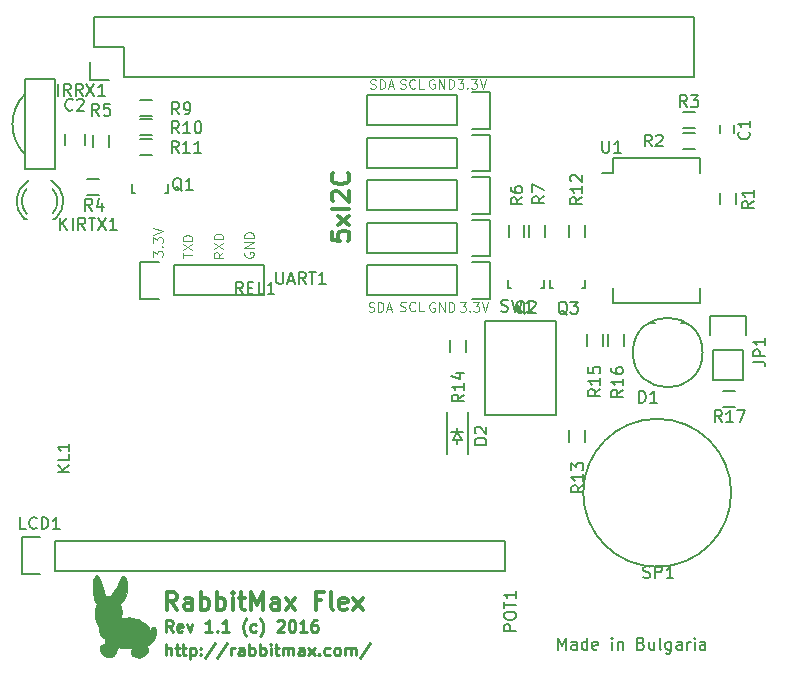
<source format=gto>
G04 #@! TF.FileFunction,Legend,Top*
%FSLAX46Y46*%
G04 Gerber Fmt 4.6, Leading zero omitted, Abs format (unit mm)*
G04 Created by KiCad (PCBNEW (2016-03-19 BZR 6630)-stable) date Fri 05 Aug 2016 07:03:03 PM EEST*
%MOMM*%
G01*
G04 APERTURE LIST*
%ADD10C,0.100000*%
%ADD11C,0.250000*%
%ADD12C,0.300000*%
%ADD13C,0.150000*%
%ADD14C,0.010000*%
G04 APERTURE END LIST*
D10*
D11*
X111227381Y-123652381D02*
X111227381Y-122652381D01*
X111655953Y-123652381D02*
X111655953Y-123128571D01*
X111608334Y-123033333D01*
X111513096Y-122985714D01*
X111370238Y-122985714D01*
X111275000Y-123033333D01*
X111227381Y-123080952D01*
X111989286Y-122985714D02*
X112370238Y-122985714D01*
X112132143Y-122652381D02*
X112132143Y-123509524D01*
X112179762Y-123604762D01*
X112275000Y-123652381D01*
X112370238Y-123652381D01*
X112560715Y-122985714D02*
X112941667Y-122985714D01*
X112703572Y-122652381D02*
X112703572Y-123509524D01*
X112751191Y-123604762D01*
X112846429Y-123652381D01*
X112941667Y-123652381D01*
X113275001Y-122985714D02*
X113275001Y-123985714D01*
X113275001Y-123033333D02*
X113370239Y-122985714D01*
X113560716Y-122985714D01*
X113655954Y-123033333D01*
X113703573Y-123080952D01*
X113751192Y-123176190D01*
X113751192Y-123461905D01*
X113703573Y-123557143D01*
X113655954Y-123604762D01*
X113560716Y-123652381D01*
X113370239Y-123652381D01*
X113275001Y-123604762D01*
X114179763Y-123557143D02*
X114227382Y-123604762D01*
X114179763Y-123652381D01*
X114132144Y-123604762D01*
X114179763Y-123557143D01*
X114179763Y-123652381D01*
X114179763Y-123033333D02*
X114227382Y-123080952D01*
X114179763Y-123128571D01*
X114132144Y-123080952D01*
X114179763Y-123033333D01*
X114179763Y-123128571D01*
X115370239Y-122604762D02*
X114513096Y-123890476D01*
X116417858Y-122604762D02*
X115560715Y-123890476D01*
X116751191Y-123652381D02*
X116751191Y-122985714D01*
X116751191Y-123176190D02*
X116798810Y-123080952D01*
X116846429Y-123033333D01*
X116941667Y-122985714D01*
X117036906Y-122985714D01*
X117798811Y-123652381D02*
X117798811Y-123128571D01*
X117751192Y-123033333D01*
X117655954Y-122985714D01*
X117465477Y-122985714D01*
X117370239Y-123033333D01*
X117798811Y-123604762D02*
X117703573Y-123652381D01*
X117465477Y-123652381D01*
X117370239Y-123604762D01*
X117322620Y-123509524D01*
X117322620Y-123414286D01*
X117370239Y-123319048D01*
X117465477Y-123271429D01*
X117703573Y-123271429D01*
X117798811Y-123223810D01*
X118275001Y-123652381D02*
X118275001Y-122652381D01*
X118275001Y-123033333D02*
X118370239Y-122985714D01*
X118560716Y-122985714D01*
X118655954Y-123033333D01*
X118703573Y-123080952D01*
X118751192Y-123176190D01*
X118751192Y-123461905D01*
X118703573Y-123557143D01*
X118655954Y-123604762D01*
X118560716Y-123652381D01*
X118370239Y-123652381D01*
X118275001Y-123604762D01*
X119179763Y-123652381D02*
X119179763Y-122652381D01*
X119179763Y-123033333D02*
X119275001Y-122985714D01*
X119465478Y-122985714D01*
X119560716Y-123033333D01*
X119608335Y-123080952D01*
X119655954Y-123176190D01*
X119655954Y-123461905D01*
X119608335Y-123557143D01*
X119560716Y-123604762D01*
X119465478Y-123652381D01*
X119275001Y-123652381D01*
X119179763Y-123604762D01*
X120084525Y-123652381D02*
X120084525Y-122985714D01*
X120084525Y-122652381D02*
X120036906Y-122700000D01*
X120084525Y-122747619D01*
X120132144Y-122700000D01*
X120084525Y-122652381D01*
X120084525Y-122747619D01*
X120417858Y-122985714D02*
X120798810Y-122985714D01*
X120560715Y-122652381D02*
X120560715Y-123509524D01*
X120608334Y-123604762D01*
X120703572Y-123652381D01*
X120798810Y-123652381D01*
X121132144Y-123652381D02*
X121132144Y-122985714D01*
X121132144Y-123080952D02*
X121179763Y-123033333D01*
X121275001Y-122985714D01*
X121417859Y-122985714D01*
X121513097Y-123033333D01*
X121560716Y-123128571D01*
X121560716Y-123652381D01*
X121560716Y-123128571D02*
X121608335Y-123033333D01*
X121703573Y-122985714D01*
X121846430Y-122985714D01*
X121941668Y-123033333D01*
X121989287Y-123128571D01*
X121989287Y-123652381D01*
X122894049Y-123652381D02*
X122894049Y-123128571D01*
X122846430Y-123033333D01*
X122751192Y-122985714D01*
X122560715Y-122985714D01*
X122465477Y-123033333D01*
X122894049Y-123604762D02*
X122798811Y-123652381D01*
X122560715Y-123652381D01*
X122465477Y-123604762D01*
X122417858Y-123509524D01*
X122417858Y-123414286D01*
X122465477Y-123319048D01*
X122560715Y-123271429D01*
X122798811Y-123271429D01*
X122894049Y-123223810D01*
X123275001Y-123652381D02*
X123798811Y-122985714D01*
X123275001Y-122985714D02*
X123798811Y-123652381D01*
X124179763Y-123557143D02*
X124227382Y-123604762D01*
X124179763Y-123652381D01*
X124132144Y-123604762D01*
X124179763Y-123557143D01*
X124179763Y-123652381D01*
X125084525Y-123604762D02*
X124989287Y-123652381D01*
X124798810Y-123652381D01*
X124703572Y-123604762D01*
X124655953Y-123557143D01*
X124608334Y-123461905D01*
X124608334Y-123176190D01*
X124655953Y-123080952D01*
X124703572Y-123033333D01*
X124798810Y-122985714D01*
X124989287Y-122985714D01*
X125084525Y-123033333D01*
X125655953Y-123652381D02*
X125560715Y-123604762D01*
X125513096Y-123557143D01*
X125465477Y-123461905D01*
X125465477Y-123176190D01*
X125513096Y-123080952D01*
X125560715Y-123033333D01*
X125655953Y-122985714D01*
X125798811Y-122985714D01*
X125894049Y-123033333D01*
X125941668Y-123080952D01*
X125989287Y-123176190D01*
X125989287Y-123461905D01*
X125941668Y-123557143D01*
X125894049Y-123604762D01*
X125798811Y-123652381D01*
X125655953Y-123652381D01*
X126417858Y-123652381D02*
X126417858Y-122985714D01*
X126417858Y-123080952D02*
X126465477Y-123033333D01*
X126560715Y-122985714D01*
X126703573Y-122985714D01*
X126798811Y-123033333D01*
X126846430Y-123128571D01*
X126846430Y-123652381D01*
X126846430Y-123128571D02*
X126894049Y-123033333D01*
X126989287Y-122985714D01*
X127132144Y-122985714D01*
X127227382Y-123033333D01*
X127275001Y-123128571D01*
X127275001Y-123652381D01*
X128465477Y-122604762D02*
X127608334Y-123890476D01*
X111791666Y-121652381D02*
X111458332Y-121176190D01*
X111220237Y-121652381D02*
X111220237Y-120652381D01*
X111601190Y-120652381D01*
X111696428Y-120700000D01*
X111744047Y-120747619D01*
X111791666Y-120842857D01*
X111791666Y-120985714D01*
X111744047Y-121080952D01*
X111696428Y-121128571D01*
X111601190Y-121176190D01*
X111220237Y-121176190D01*
X112601190Y-121604762D02*
X112505952Y-121652381D01*
X112315475Y-121652381D01*
X112220237Y-121604762D01*
X112172618Y-121509524D01*
X112172618Y-121128571D01*
X112220237Y-121033333D01*
X112315475Y-120985714D01*
X112505952Y-120985714D01*
X112601190Y-121033333D01*
X112648809Y-121128571D01*
X112648809Y-121223810D01*
X112172618Y-121319048D01*
X112982142Y-120985714D02*
X113220237Y-121652381D01*
X113458333Y-120985714D01*
X115125000Y-121652381D02*
X114553571Y-121652381D01*
X114839285Y-121652381D02*
X114839285Y-120652381D01*
X114744047Y-120795238D01*
X114648809Y-120890476D01*
X114553571Y-120938095D01*
X115553571Y-121557143D02*
X115601190Y-121604762D01*
X115553571Y-121652381D01*
X115505952Y-121604762D01*
X115553571Y-121557143D01*
X115553571Y-121652381D01*
X116553571Y-121652381D02*
X115982142Y-121652381D01*
X116267856Y-121652381D02*
X116267856Y-120652381D01*
X116172618Y-120795238D01*
X116077380Y-120890476D01*
X115982142Y-120938095D01*
X118029762Y-122033333D02*
X117982142Y-121985714D01*
X117886904Y-121842857D01*
X117839285Y-121747619D01*
X117791666Y-121604762D01*
X117744047Y-121366667D01*
X117744047Y-121176190D01*
X117791666Y-120938095D01*
X117839285Y-120795238D01*
X117886904Y-120700000D01*
X117982142Y-120557143D01*
X118029762Y-120509524D01*
X118839286Y-121604762D02*
X118744048Y-121652381D01*
X118553571Y-121652381D01*
X118458333Y-121604762D01*
X118410714Y-121557143D01*
X118363095Y-121461905D01*
X118363095Y-121176190D01*
X118410714Y-121080952D01*
X118458333Y-121033333D01*
X118553571Y-120985714D01*
X118744048Y-120985714D01*
X118839286Y-121033333D01*
X119172619Y-122033333D02*
X119220238Y-121985714D01*
X119315476Y-121842857D01*
X119363095Y-121747619D01*
X119410714Y-121604762D01*
X119458333Y-121366667D01*
X119458333Y-121176190D01*
X119410714Y-120938095D01*
X119363095Y-120795238D01*
X119315476Y-120700000D01*
X119220238Y-120557143D01*
X119172619Y-120509524D01*
X120648810Y-120747619D02*
X120696429Y-120700000D01*
X120791667Y-120652381D01*
X121029763Y-120652381D01*
X121125001Y-120700000D01*
X121172620Y-120747619D01*
X121220239Y-120842857D01*
X121220239Y-120938095D01*
X121172620Y-121080952D01*
X120601191Y-121652381D01*
X121220239Y-121652381D01*
X121839286Y-120652381D02*
X121934525Y-120652381D01*
X122029763Y-120700000D01*
X122077382Y-120747619D01*
X122125001Y-120842857D01*
X122172620Y-121033333D01*
X122172620Y-121271429D01*
X122125001Y-121461905D01*
X122077382Y-121557143D01*
X122029763Y-121604762D01*
X121934525Y-121652381D01*
X121839286Y-121652381D01*
X121744048Y-121604762D01*
X121696429Y-121557143D01*
X121648810Y-121461905D01*
X121601191Y-121271429D01*
X121601191Y-121033333D01*
X121648810Y-120842857D01*
X121696429Y-120747619D01*
X121744048Y-120700000D01*
X121839286Y-120652381D01*
X123125001Y-121652381D02*
X122553572Y-121652381D01*
X122839286Y-121652381D02*
X122839286Y-120652381D01*
X122744048Y-120795238D01*
X122648810Y-120890476D01*
X122553572Y-120938095D01*
X123982144Y-120652381D02*
X123791667Y-120652381D01*
X123696429Y-120700000D01*
X123648810Y-120747619D01*
X123553572Y-120890476D01*
X123505953Y-121080952D01*
X123505953Y-121461905D01*
X123553572Y-121557143D01*
X123601191Y-121604762D01*
X123696429Y-121652381D01*
X123886906Y-121652381D01*
X123982144Y-121604762D01*
X124029763Y-121557143D01*
X124077382Y-121461905D01*
X124077382Y-121223810D01*
X124029763Y-121128571D01*
X123982144Y-121080952D01*
X123886906Y-121033333D01*
X123696429Y-121033333D01*
X123601191Y-121080952D01*
X123553572Y-121128571D01*
X123505953Y-121223810D01*
D12*
X112167857Y-119778571D02*
X111667857Y-119064286D01*
X111310714Y-119778571D02*
X111310714Y-118278571D01*
X111882142Y-118278571D01*
X112025000Y-118350000D01*
X112096428Y-118421429D01*
X112167857Y-118564286D01*
X112167857Y-118778571D01*
X112096428Y-118921429D01*
X112025000Y-118992857D01*
X111882142Y-119064286D01*
X111310714Y-119064286D01*
X113453571Y-119778571D02*
X113453571Y-118992857D01*
X113382142Y-118850000D01*
X113239285Y-118778571D01*
X112953571Y-118778571D01*
X112810714Y-118850000D01*
X113453571Y-119707143D02*
X113310714Y-119778571D01*
X112953571Y-119778571D01*
X112810714Y-119707143D01*
X112739285Y-119564286D01*
X112739285Y-119421429D01*
X112810714Y-119278571D01*
X112953571Y-119207143D01*
X113310714Y-119207143D01*
X113453571Y-119135714D01*
X114167857Y-119778571D02*
X114167857Y-118278571D01*
X114167857Y-118850000D02*
X114310714Y-118778571D01*
X114596428Y-118778571D01*
X114739285Y-118850000D01*
X114810714Y-118921429D01*
X114882143Y-119064286D01*
X114882143Y-119492857D01*
X114810714Y-119635714D01*
X114739285Y-119707143D01*
X114596428Y-119778571D01*
X114310714Y-119778571D01*
X114167857Y-119707143D01*
X115525000Y-119778571D02*
X115525000Y-118278571D01*
X115525000Y-118850000D02*
X115667857Y-118778571D01*
X115953571Y-118778571D01*
X116096428Y-118850000D01*
X116167857Y-118921429D01*
X116239286Y-119064286D01*
X116239286Y-119492857D01*
X116167857Y-119635714D01*
X116096428Y-119707143D01*
X115953571Y-119778571D01*
X115667857Y-119778571D01*
X115525000Y-119707143D01*
X116882143Y-119778571D02*
X116882143Y-118778571D01*
X116882143Y-118278571D02*
X116810714Y-118350000D01*
X116882143Y-118421429D01*
X116953571Y-118350000D01*
X116882143Y-118278571D01*
X116882143Y-118421429D01*
X117382143Y-118778571D02*
X117953572Y-118778571D01*
X117596429Y-118278571D02*
X117596429Y-119564286D01*
X117667857Y-119707143D01*
X117810715Y-119778571D01*
X117953572Y-119778571D01*
X118453572Y-119778571D02*
X118453572Y-118278571D01*
X118953572Y-119350000D01*
X119453572Y-118278571D01*
X119453572Y-119778571D01*
X120810715Y-119778571D02*
X120810715Y-118992857D01*
X120739286Y-118850000D01*
X120596429Y-118778571D01*
X120310715Y-118778571D01*
X120167858Y-118850000D01*
X120810715Y-119707143D02*
X120667858Y-119778571D01*
X120310715Y-119778571D01*
X120167858Y-119707143D01*
X120096429Y-119564286D01*
X120096429Y-119421429D01*
X120167858Y-119278571D01*
X120310715Y-119207143D01*
X120667858Y-119207143D01*
X120810715Y-119135714D01*
X121382144Y-119778571D02*
X122167858Y-118778571D01*
X121382144Y-118778571D02*
X122167858Y-119778571D01*
X124382144Y-118992857D02*
X123882144Y-118992857D01*
X123882144Y-119778571D02*
X123882144Y-118278571D01*
X124596430Y-118278571D01*
X125382144Y-119778571D02*
X125239286Y-119707143D01*
X125167858Y-119564286D01*
X125167858Y-118278571D01*
X126525000Y-119707143D02*
X126382143Y-119778571D01*
X126096429Y-119778571D01*
X125953572Y-119707143D01*
X125882143Y-119564286D01*
X125882143Y-118992857D01*
X125953572Y-118850000D01*
X126096429Y-118778571D01*
X126382143Y-118778571D01*
X126525000Y-118850000D01*
X126596429Y-118992857D01*
X126596429Y-119135714D01*
X125882143Y-119278571D01*
X127096429Y-119778571D02*
X127882143Y-118778571D01*
X127096429Y-118778571D02*
X127882143Y-119778571D01*
D13*
X144411904Y-123162381D02*
X144411904Y-122162381D01*
X144745238Y-122876667D01*
X145078571Y-122162381D01*
X145078571Y-123162381D01*
X145983333Y-123162381D02*
X145983333Y-122638571D01*
X145935714Y-122543333D01*
X145840476Y-122495714D01*
X145649999Y-122495714D01*
X145554761Y-122543333D01*
X145983333Y-123114762D02*
X145888095Y-123162381D01*
X145649999Y-123162381D01*
X145554761Y-123114762D01*
X145507142Y-123019524D01*
X145507142Y-122924286D01*
X145554761Y-122829048D01*
X145649999Y-122781429D01*
X145888095Y-122781429D01*
X145983333Y-122733810D01*
X146888095Y-123162381D02*
X146888095Y-122162381D01*
X146888095Y-123114762D02*
X146792857Y-123162381D01*
X146602380Y-123162381D01*
X146507142Y-123114762D01*
X146459523Y-123067143D01*
X146411904Y-122971905D01*
X146411904Y-122686190D01*
X146459523Y-122590952D01*
X146507142Y-122543333D01*
X146602380Y-122495714D01*
X146792857Y-122495714D01*
X146888095Y-122543333D01*
X147745238Y-123114762D02*
X147650000Y-123162381D01*
X147459523Y-123162381D01*
X147364285Y-123114762D01*
X147316666Y-123019524D01*
X147316666Y-122638571D01*
X147364285Y-122543333D01*
X147459523Y-122495714D01*
X147650000Y-122495714D01*
X147745238Y-122543333D01*
X147792857Y-122638571D01*
X147792857Y-122733810D01*
X147316666Y-122829048D01*
X148983333Y-123162381D02*
X148983333Y-122495714D01*
X148983333Y-122162381D02*
X148935714Y-122210000D01*
X148983333Y-122257619D01*
X149030952Y-122210000D01*
X148983333Y-122162381D01*
X148983333Y-122257619D01*
X149459523Y-122495714D02*
X149459523Y-123162381D01*
X149459523Y-122590952D02*
X149507142Y-122543333D01*
X149602380Y-122495714D01*
X149745238Y-122495714D01*
X149840476Y-122543333D01*
X149888095Y-122638571D01*
X149888095Y-123162381D01*
X151459524Y-122638571D02*
X151602381Y-122686190D01*
X151650000Y-122733810D01*
X151697619Y-122829048D01*
X151697619Y-122971905D01*
X151650000Y-123067143D01*
X151602381Y-123114762D01*
X151507143Y-123162381D01*
X151126190Y-123162381D01*
X151126190Y-122162381D01*
X151459524Y-122162381D01*
X151554762Y-122210000D01*
X151602381Y-122257619D01*
X151650000Y-122352857D01*
X151650000Y-122448095D01*
X151602381Y-122543333D01*
X151554762Y-122590952D01*
X151459524Y-122638571D01*
X151126190Y-122638571D01*
X152554762Y-122495714D02*
X152554762Y-123162381D01*
X152126190Y-122495714D02*
X152126190Y-123019524D01*
X152173809Y-123114762D01*
X152269047Y-123162381D01*
X152411905Y-123162381D01*
X152507143Y-123114762D01*
X152554762Y-123067143D01*
X153173809Y-123162381D02*
X153078571Y-123114762D01*
X153030952Y-123019524D01*
X153030952Y-122162381D01*
X153983334Y-122495714D02*
X153983334Y-123305238D01*
X153935715Y-123400476D01*
X153888096Y-123448095D01*
X153792857Y-123495714D01*
X153650000Y-123495714D01*
X153554762Y-123448095D01*
X153983334Y-123114762D02*
X153888096Y-123162381D01*
X153697619Y-123162381D01*
X153602381Y-123114762D01*
X153554762Y-123067143D01*
X153507143Y-122971905D01*
X153507143Y-122686190D01*
X153554762Y-122590952D01*
X153602381Y-122543333D01*
X153697619Y-122495714D01*
X153888096Y-122495714D01*
X153983334Y-122543333D01*
X154888096Y-123162381D02*
X154888096Y-122638571D01*
X154840477Y-122543333D01*
X154745239Y-122495714D01*
X154554762Y-122495714D01*
X154459524Y-122543333D01*
X154888096Y-123114762D02*
X154792858Y-123162381D01*
X154554762Y-123162381D01*
X154459524Y-123114762D01*
X154411905Y-123019524D01*
X154411905Y-122924286D01*
X154459524Y-122829048D01*
X154554762Y-122781429D01*
X154792858Y-122781429D01*
X154888096Y-122733810D01*
X155364286Y-123162381D02*
X155364286Y-122495714D01*
X155364286Y-122686190D02*
X155411905Y-122590952D01*
X155459524Y-122543333D01*
X155554762Y-122495714D01*
X155650001Y-122495714D01*
X155983334Y-123162381D02*
X155983334Y-122495714D01*
X155983334Y-122162381D02*
X155935715Y-122210000D01*
X155983334Y-122257619D01*
X156030953Y-122210000D01*
X155983334Y-122162381D01*
X155983334Y-122257619D01*
X156888096Y-123162381D02*
X156888096Y-122638571D01*
X156840477Y-122543333D01*
X156745239Y-122495714D01*
X156554762Y-122495714D01*
X156459524Y-122543333D01*
X156888096Y-123114762D02*
X156792858Y-123162381D01*
X156554762Y-123162381D01*
X156459524Y-123114762D01*
X156411905Y-123019524D01*
X156411905Y-122924286D01*
X156459524Y-122829048D01*
X156554762Y-122781429D01*
X156792858Y-122781429D01*
X156888096Y-122733810D01*
D12*
X125248571Y-87761428D02*
X125248571Y-88475714D01*
X125962857Y-88547143D01*
X125891429Y-88475714D01*
X125820000Y-88332857D01*
X125820000Y-87975714D01*
X125891429Y-87832857D01*
X125962857Y-87761428D01*
X126105714Y-87690000D01*
X126462857Y-87690000D01*
X126605714Y-87761428D01*
X126677143Y-87832857D01*
X126748571Y-87975714D01*
X126748571Y-88332857D01*
X126677143Y-88475714D01*
X126605714Y-88547143D01*
X126748571Y-87190000D02*
X125748571Y-86404286D01*
X125748571Y-87190000D02*
X126748571Y-86404286D01*
X126748571Y-85832857D02*
X125248571Y-85832857D01*
X125391429Y-85190000D02*
X125320000Y-85118571D01*
X125248571Y-84975714D01*
X125248571Y-84618571D01*
X125320000Y-84475714D01*
X125391429Y-84404285D01*
X125534286Y-84332857D01*
X125677143Y-84332857D01*
X125891429Y-84404285D01*
X126748571Y-85261428D01*
X126748571Y-84332857D01*
X126605714Y-82832857D02*
X126677143Y-82904286D01*
X126748571Y-83118572D01*
X126748571Y-83261429D01*
X126677143Y-83475714D01*
X126534286Y-83618572D01*
X126391429Y-83690000D01*
X126105714Y-83761429D01*
X125891429Y-83761429D01*
X125605714Y-83690000D01*
X125462857Y-83618572D01*
X125320000Y-83475714D01*
X125248571Y-83261429D01*
X125248571Y-83118572D01*
X125320000Y-82904286D01*
X125391429Y-82832857D01*
D10*
X133930477Y-74890000D02*
X133854286Y-74851905D01*
X133740001Y-74851905D01*
X133625715Y-74890000D01*
X133549524Y-74966190D01*
X133511429Y-75042381D01*
X133473334Y-75194762D01*
X133473334Y-75309048D01*
X133511429Y-75461429D01*
X133549524Y-75537619D01*
X133625715Y-75613810D01*
X133740001Y-75651905D01*
X133816191Y-75651905D01*
X133930477Y-75613810D01*
X133968572Y-75575714D01*
X133968572Y-75309048D01*
X133816191Y-75309048D01*
X134311429Y-75651905D02*
X134311429Y-74851905D01*
X134768572Y-75651905D01*
X134768572Y-74851905D01*
X135149524Y-75651905D02*
X135149524Y-74851905D01*
X135340000Y-74851905D01*
X135454286Y-74890000D01*
X135530477Y-74966190D01*
X135568572Y-75042381D01*
X135606667Y-75194762D01*
X135606667Y-75309048D01*
X135568572Y-75461429D01*
X135530477Y-75537619D01*
X135454286Y-75613810D01*
X135340000Y-75651905D01*
X135149524Y-75651905D01*
X131067619Y-75613810D02*
X131181905Y-75651905D01*
X131372381Y-75651905D01*
X131448571Y-75613810D01*
X131486667Y-75575714D01*
X131524762Y-75499524D01*
X131524762Y-75423333D01*
X131486667Y-75347143D01*
X131448571Y-75309048D01*
X131372381Y-75270952D01*
X131220000Y-75232857D01*
X131143809Y-75194762D01*
X131105714Y-75156667D01*
X131067619Y-75080476D01*
X131067619Y-75004286D01*
X131105714Y-74928095D01*
X131143809Y-74890000D01*
X131220000Y-74851905D01*
X131410476Y-74851905D01*
X131524762Y-74890000D01*
X132324762Y-75575714D02*
X132286667Y-75613810D01*
X132172381Y-75651905D01*
X132096191Y-75651905D01*
X131981905Y-75613810D01*
X131905714Y-75537619D01*
X131867619Y-75461429D01*
X131829524Y-75309048D01*
X131829524Y-75194762D01*
X131867619Y-75042381D01*
X131905714Y-74966190D01*
X131981905Y-74890000D01*
X132096191Y-74851905D01*
X132172381Y-74851905D01*
X132286667Y-74890000D01*
X132324762Y-74928095D01*
X133048572Y-75651905D02*
X132667619Y-75651905D01*
X132667619Y-74851905D01*
X135909048Y-74851905D02*
X136404286Y-74851905D01*
X136137619Y-75156667D01*
X136251905Y-75156667D01*
X136328095Y-75194762D01*
X136366191Y-75232857D01*
X136404286Y-75309048D01*
X136404286Y-75499524D01*
X136366191Y-75575714D01*
X136328095Y-75613810D01*
X136251905Y-75651905D01*
X136023333Y-75651905D01*
X135947143Y-75613810D01*
X135909048Y-75575714D01*
X136747143Y-75575714D02*
X136785238Y-75613810D01*
X136747143Y-75651905D01*
X136709048Y-75613810D01*
X136747143Y-75575714D01*
X136747143Y-75651905D01*
X137051905Y-74851905D02*
X137547143Y-74851905D01*
X137280476Y-75156667D01*
X137394762Y-75156667D01*
X137470952Y-75194762D01*
X137509048Y-75232857D01*
X137547143Y-75309048D01*
X137547143Y-75499524D01*
X137509048Y-75575714D01*
X137470952Y-75613810D01*
X137394762Y-75651905D01*
X137166190Y-75651905D01*
X137090000Y-75613810D01*
X137051905Y-75575714D01*
X137775714Y-74851905D02*
X138042381Y-75651905D01*
X138309048Y-74851905D01*
X128518572Y-75643810D02*
X128632858Y-75681905D01*
X128823334Y-75681905D01*
X128899524Y-75643810D01*
X128937620Y-75605714D01*
X128975715Y-75529524D01*
X128975715Y-75453333D01*
X128937620Y-75377143D01*
X128899524Y-75339048D01*
X128823334Y-75300952D01*
X128670953Y-75262857D01*
X128594762Y-75224762D01*
X128556667Y-75186667D01*
X128518572Y-75110476D01*
X128518572Y-75034286D01*
X128556667Y-74958095D01*
X128594762Y-74920000D01*
X128670953Y-74881905D01*
X128861429Y-74881905D01*
X128975715Y-74920000D01*
X129318572Y-75681905D02*
X129318572Y-74881905D01*
X129509048Y-74881905D01*
X129623334Y-74920000D01*
X129699525Y-74996190D01*
X129737620Y-75072381D01*
X129775715Y-75224762D01*
X129775715Y-75339048D01*
X129737620Y-75491429D01*
X129699525Y-75567619D01*
X129623334Y-75643810D01*
X129509048Y-75681905D01*
X129318572Y-75681905D01*
X130080477Y-75453333D02*
X130461429Y-75453333D01*
X130004286Y-75681905D02*
X130270953Y-74881905D01*
X130537620Y-75681905D01*
X136109048Y-93741905D02*
X136604286Y-93741905D01*
X136337619Y-94046667D01*
X136451905Y-94046667D01*
X136528095Y-94084762D01*
X136566191Y-94122857D01*
X136604286Y-94199048D01*
X136604286Y-94389524D01*
X136566191Y-94465714D01*
X136528095Y-94503810D01*
X136451905Y-94541905D01*
X136223333Y-94541905D01*
X136147143Y-94503810D01*
X136109048Y-94465714D01*
X136947143Y-94465714D02*
X136985238Y-94503810D01*
X136947143Y-94541905D01*
X136909048Y-94503810D01*
X136947143Y-94465714D01*
X136947143Y-94541905D01*
X137251905Y-93741905D02*
X137747143Y-93741905D01*
X137480476Y-94046667D01*
X137594762Y-94046667D01*
X137670952Y-94084762D01*
X137709048Y-94122857D01*
X137747143Y-94199048D01*
X137747143Y-94389524D01*
X137709048Y-94465714D01*
X137670952Y-94503810D01*
X137594762Y-94541905D01*
X137366190Y-94541905D01*
X137290000Y-94503810D01*
X137251905Y-94465714D01*
X137975714Y-93741905D02*
X138242381Y-94541905D01*
X138509048Y-93741905D01*
X133970477Y-93780000D02*
X133894286Y-93741905D01*
X133780001Y-93741905D01*
X133665715Y-93780000D01*
X133589524Y-93856190D01*
X133551429Y-93932381D01*
X133513334Y-94084762D01*
X133513334Y-94199048D01*
X133551429Y-94351429D01*
X133589524Y-94427619D01*
X133665715Y-94503810D01*
X133780001Y-94541905D01*
X133856191Y-94541905D01*
X133970477Y-94503810D01*
X134008572Y-94465714D01*
X134008572Y-94199048D01*
X133856191Y-94199048D01*
X134351429Y-94541905D02*
X134351429Y-93741905D01*
X134808572Y-94541905D01*
X134808572Y-93741905D01*
X135189524Y-94541905D02*
X135189524Y-93741905D01*
X135380000Y-93741905D01*
X135494286Y-93780000D01*
X135570477Y-93856190D01*
X135608572Y-93932381D01*
X135646667Y-94084762D01*
X135646667Y-94199048D01*
X135608572Y-94351429D01*
X135570477Y-94427619D01*
X135494286Y-94503810D01*
X135380000Y-94541905D01*
X135189524Y-94541905D01*
X128378572Y-94493810D02*
X128492858Y-94531905D01*
X128683334Y-94531905D01*
X128759524Y-94493810D01*
X128797620Y-94455714D01*
X128835715Y-94379524D01*
X128835715Y-94303333D01*
X128797620Y-94227143D01*
X128759524Y-94189048D01*
X128683334Y-94150952D01*
X128530953Y-94112857D01*
X128454762Y-94074762D01*
X128416667Y-94036667D01*
X128378572Y-93960476D01*
X128378572Y-93884286D01*
X128416667Y-93808095D01*
X128454762Y-93770000D01*
X128530953Y-93731905D01*
X128721429Y-93731905D01*
X128835715Y-93770000D01*
X129178572Y-94531905D02*
X129178572Y-93731905D01*
X129369048Y-93731905D01*
X129483334Y-93770000D01*
X129559525Y-93846190D01*
X129597620Y-93922381D01*
X129635715Y-94074762D01*
X129635715Y-94189048D01*
X129597620Y-94341429D01*
X129559525Y-94417619D01*
X129483334Y-94493810D01*
X129369048Y-94531905D01*
X129178572Y-94531905D01*
X129940477Y-94303333D02*
X130321429Y-94303333D01*
X129864286Y-94531905D02*
X130130953Y-93731905D01*
X130397620Y-94531905D01*
X131057619Y-94473810D02*
X131171905Y-94511905D01*
X131362381Y-94511905D01*
X131438571Y-94473810D01*
X131476667Y-94435714D01*
X131514762Y-94359524D01*
X131514762Y-94283333D01*
X131476667Y-94207143D01*
X131438571Y-94169048D01*
X131362381Y-94130952D01*
X131210000Y-94092857D01*
X131133809Y-94054762D01*
X131095714Y-94016667D01*
X131057619Y-93940476D01*
X131057619Y-93864286D01*
X131095714Y-93788095D01*
X131133809Y-93750000D01*
X131210000Y-93711905D01*
X131400476Y-93711905D01*
X131514762Y-93750000D01*
X132314762Y-94435714D02*
X132276667Y-94473810D01*
X132162381Y-94511905D01*
X132086191Y-94511905D01*
X131971905Y-94473810D01*
X131895714Y-94397619D01*
X131857619Y-94321429D01*
X131819524Y-94169048D01*
X131819524Y-94054762D01*
X131857619Y-93902381D01*
X131895714Y-93826190D01*
X131971905Y-93750000D01*
X132086191Y-93711905D01*
X132162381Y-93711905D01*
X132276667Y-93750000D01*
X132314762Y-93788095D01*
X133038572Y-94511905D02*
X132657619Y-94511905D01*
X132657619Y-93711905D01*
X117900000Y-89509523D02*
X117861905Y-89585714D01*
X117861905Y-89699999D01*
X117900000Y-89814285D01*
X117976190Y-89890476D01*
X118052381Y-89928571D01*
X118204762Y-89966666D01*
X118319048Y-89966666D01*
X118471429Y-89928571D01*
X118547619Y-89890476D01*
X118623810Y-89814285D01*
X118661905Y-89699999D01*
X118661905Y-89623809D01*
X118623810Y-89509523D01*
X118585714Y-89471428D01*
X118319048Y-89471428D01*
X118319048Y-89623809D01*
X118661905Y-89128571D02*
X117861905Y-89128571D01*
X118661905Y-88671428D01*
X117861905Y-88671428D01*
X118661905Y-88290476D02*
X117861905Y-88290476D01*
X117861905Y-88100000D01*
X117900000Y-87985714D01*
X117976190Y-87909523D01*
X118052381Y-87871428D01*
X118204762Y-87833333D01*
X118319048Y-87833333D01*
X118471429Y-87871428D01*
X118547619Y-87909523D01*
X118623810Y-87985714D01*
X118661905Y-88100000D01*
X118661905Y-88290476D01*
X110161905Y-89880952D02*
X110161905Y-89385714D01*
X110466667Y-89652381D01*
X110466667Y-89538095D01*
X110504762Y-89461905D01*
X110542857Y-89423809D01*
X110619048Y-89385714D01*
X110809524Y-89385714D01*
X110885714Y-89423809D01*
X110923810Y-89461905D01*
X110961905Y-89538095D01*
X110961905Y-89766667D01*
X110923810Y-89842857D01*
X110885714Y-89880952D01*
X110885714Y-89042857D02*
X110923810Y-89004762D01*
X110961905Y-89042857D01*
X110923810Y-89080952D01*
X110885714Y-89042857D01*
X110961905Y-89042857D01*
X110161905Y-88738095D02*
X110161905Y-88242857D01*
X110466667Y-88509524D01*
X110466667Y-88395238D01*
X110504762Y-88319048D01*
X110542857Y-88280952D01*
X110619048Y-88242857D01*
X110809524Y-88242857D01*
X110885714Y-88280952D01*
X110923810Y-88319048D01*
X110961905Y-88395238D01*
X110961905Y-88623810D01*
X110923810Y-88700000D01*
X110885714Y-88738095D01*
X110161905Y-88014286D02*
X110961905Y-87747619D01*
X110161905Y-87480952D01*
X112661905Y-90009524D02*
X112661905Y-89552381D01*
X113461905Y-89780952D02*
X112661905Y-89780952D01*
X112661905Y-89361904D02*
X113461905Y-88828571D01*
X112661905Y-88828571D02*
X113461905Y-89361904D01*
X113461905Y-88523809D02*
X112661905Y-88523809D01*
X112661905Y-88333333D01*
X112700000Y-88219047D01*
X112776190Y-88142856D01*
X112852381Y-88104761D01*
X113004762Y-88066666D01*
X113119048Y-88066666D01*
X113271429Y-88104761D01*
X113347619Y-88142856D01*
X113423810Y-88219047D01*
X113461905Y-88333333D01*
X113461905Y-88523809D01*
X116061905Y-89533333D02*
X115680952Y-89800000D01*
X116061905Y-89990476D02*
X115261905Y-89990476D01*
X115261905Y-89685714D01*
X115300000Y-89609523D01*
X115338095Y-89571428D01*
X115414286Y-89533333D01*
X115528571Y-89533333D01*
X115604762Y-89571428D01*
X115642857Y-89609523D01*
X115680952Y-89685714D01*
X115680952Y-89990476D01*
X115261905Y-89266666D02*
X116061905Y-88733333D01*
X115261905Y-88733333D02*
X116061905Y-89266666D01*
X116061905Y-88428571D02*
X115261905Y-88428571D01*
X115261905Y-88238095D01*
X115300000Y-88123809D01*
X115376190Y-88047618D01*
X115452381Y-88009523D01*
X115604762Y-87971428D01*
X115719048Y-87971428D01*
X115871429Y-88009523D01*
X115947619Y-88047618D01*
X116023810Y-88123809D01*
X116061905Y-88238095D01*
X116061905Y-88428571D01*
D13*
X155900000Y-69560000D02*
X105100000Y-69560000D01*
X107640000Y-74640000D02*
X155900000Y-74640000D01*
X155900000Y-69560000D02*
X155900000Y-74640000D01*
X105100000Y-69560000D02*
X105100000Y-72100000D01*
X104820000Y-73370000D02*
X104820000Y-74920000D01*
X105100000Y-72100000D02*
X107640000Y-72100000D01*
X107640000Y-72100000D02*
X107640000Y-74640000D01*
X104820000Y-74920000D02*
X106370000Y-74920000D01*
X152600000Y-95505000D02*
X152150000Y-95505000D01*
X156650000Y-98005000D02*
G75*
G03X156650000Y-98005000I-2950000J0D01*
G01*
X154800000Y-95505000D02*
X155250000Y-95505000D01*
X108560840Y-84470240D02*
X108609100Y-84470240D01*
X111359820Y-83769200D02*
X111359820Y-84470240D01*
X111359820Y-84470240D02*
X111110900Y-84470240D01*
X108560840Y-84470240D02*
X108360180Y-84470240D01*
X108360180Y-84470240D02*
X108360180Y-83769200D01*
X158150000Y-79450000D02*
X158150000Y-78750000D01*
X159350000Y-78750000D02*
X159350000Y-79450000D01*
X158145000Y-85460000D02*
X158145000Y-84460000D01*
X159495000Y-84460000D02*
X159495000Y-85460000D01*
X155000000Y-79425000D02*
X156000000Y-79425000D01*
X156000000Y-80775000D02*
X155000000Y-80775000D01*
X155000000Y-77675000D02*
X156000000Y-77675000D01*
X156000000Y-79025000D02*
X155000000Y-79025000D01*
X102640000Y-79470000D02*
X102640000Y-80470000D01*
X104340000Y-80470000D02*
X104340000Y-79470000D01*
X104530000Y-83285000D02*
X105530000Y-83285000D01*
X105530000Y-84635000D02*
X104530000Y-84635000D01*
X105035000Y-80620000D02*
X105035000Y-79620000D01*
X106385000Y-79620000D02*
X106385000Y-80620000D01*
X140225000Y-88200000D02*
X140225000Y-87200000D01*
X141575000Y-87200000D02*
X141575000Y-88200000D01*
X143275000Y-87200000D02*
X143275000Y-88200000D01*
X141925000Y-88200000D02*
X141925000Y-87200000D01*
X160070000Y-97770000D02*
X160070000Y-100310000D01*
X160350000Y-94950000D02*
X160350000Y-96500000D01*
X160070000Y-97770000D02*
X157530000Y-97770000D01*
X157250000Y-96500000D02*
X157250000Y-94950000D01*
X157250000Y-94950000D02*
X160350000Y-94950000D01*
X157530000Y-97770000D02*
X157530000Y-100310000D01*
X157530000Y-100310000D02*
X160070000Y-100310000D01*
X140400840Y-92550240D02*
X140449100Y-92550240D01*
X143199820Y-91849200D02*
X143199820Y-92550240D01*
X143199820Y-92550240D02*
X142950900Y-92550240D01*
X140400840Y-92550240D02*
X140200180Y-92550240D01*
X140200180Y-92550240D02*
X140200180Y-91849200D01*
X143900840Y-92550240D02*
X143949100Y-92550240D01*
X146699820Y-91849200D02*
X146699820Y-92550240D01*
X146699820Y-92550240D02*
X146450900Y-92550240D01*
X143900840Y-92550240D02*
X143700180Y-92550240D01*
X143700180Y-92550240D02*
X143700180Y-91849200D01*
X110030000Y-77945000D02*
X109030000Y-77945000D01*
X109030000Y-76595000D02*
X110030000Y-76595000D01*
X110030000Y-79605000D02*
X109030000Y-79605000D01*
X109030000Y-78255000D02*
X110030000Y-78255000D01*
X110030000Y-81275000D02*
X109030000Y-81275000D01*
X109030000Y-79925000D02*
X110030000Y-79925000D01*
X146675000Y-87200000D02*
X146675000Y-88200000D01*
X145325000Y-88200000D02*
X145325000Y-87200000D01*
X146681000Y-104542000D02*
X146681000Y-105542000D01*
X145331000Y-105542000D02*
X145331000Y-104542000D01*
X136655000Y-96980000D02*
X136655000Y-97980000D01*
X135305000Y-97980000D02*
X135305000Y-96980000D01*
X149105000Y-81565000D02*
X149105000Y-82835000D01*
X156455000Y-81565000D02*
X156455000Y-82835000D01*
X156455000Y-93775000D02*
X156455000Y-92505000D01*
X149105000Y-93775000D02*
X149105000Y-92505000D01*
X149105000Y-81565000D02*
X156455000Y-81565000D01*
X149105000Y-93775000D02*
X156455000Y-93775000D01*
X149105000Y-82835000D02*
X148170000Y-82835000D01*
X146855000Y-97414000D02*
X146855000Y-96414000D01*
X148205000Y-96414000D02*
X148205000Y-97414000D01*
X148633000Y-97414000D02*
X148633000Y-96414000D01*
X149983000Y-96414000D02*
X149983000Y-97414000D01*
X101810000Y-116472000D02*
X139910000Y-116472000D01*
X139910000Y-116472000D02*
X139910000Y-113932000D01*
X139910000Y-113932000D02*
X101810000Y-113932000D01*
X98990000Y-113652000D02*
X100540000Y-113652000D01*
X101810000Y-113932000D02*
X101810000Y-116472000D01*
X100540000Y-116752000D02*
X98990000Y-116752000D01*
X98990000Y-116752000D02*
X98990000Y-113652000D01*
X159400000Y-102575000D02*
X158400000Y-102575000D01*
X158400000Y-101225000D02*
X159400000Y-101225000D01*
X99270000Y-76140000D02*
G75*
G03X99270000Y-81220000I2540000J-2540000D01*
G01*
X101810000Y-74870000D02*
X101810000Y-82490000D01*
X101810000Y-82490000D02*
X99270000Y-82490000D01*
X99270000Y-82490000D02*
X99270000Y-74870000D01*
X99270000Y-74870000D02*
X101810000Y-74870000D01*
X101834000Y-86699000D02*
X101634000Y-86699000D01*
X99240000Y-86699000D02*
X99420000Y-86699000D01*
X99550357Y-83471256D02*
G75*
G03X99234000Y-86699000I1003643J-1727744D01*
G01*
X99420932Y-84146994D02*
G75*
G03X99420000Y-86250000I1133068J-1052006D01*
G01*
X101860726Y-86686220D02*
G75*
G03X101514000Y-83449000I-1306726J1497220D01*
G01*
X101633253Y-86212889D02*
G75*
G03X101614000Y-84165000I-1079253J1013889D01*
G01*
X111870000Y-93170000D02*
X119490000Y-93170000D01*
X111870000Y-90630000D02*
X119490000Y-90630000D01*
X109050000Y-90350000D02*
X110600000Y-90350000D01*
X119490000Y-93170000D02*
X119490000Y-90630000D01*
X111870000Y-90630000D02*
X111870000Y-93170000D01*
X110600000Y-93450000D02*
X109050000Y-93450000D01*
X109050000Y-93450000D02*
X109050000Y-90350000D01*
X135830000Y-90630000D02*
X128210000Y-90630000D01*
X135830000Y-93170000D02*
X128210000Y-93170000D01*
X138650000Y-93450000D02*
X137100000Y-93450000D01*
X128210000Y-90630000D02*
X128210000Y-93170000D01*
X135830000Y-93170000D02*
X135830000Y-90630000D01*
X137100000Y-90350000D02*
X138650000Y-90350000D01*
X138650000Y-90350000D02*
X138650000Y-93450000D01*
X135830000Y-76230000D02*
X128210000Y-76230000D01*
X135830000Y-78770000D02*
X128210000Y-78770000D01*
X138650000Y-79050000D02*
X137100000Y-79050000D01*
X128210000Y-76230000D02*
X128210000Y-78770000D01*
X135830000Y-78770000D02*
X135830000Y-76230000D01*
X137100000Y-75950000D02*
X138650000Y-75950000D01*
X138650000Y-75950000D02*
X138650000Y-79050000D01*
X135830000Y-87030000D02*
X128210000Y-87030000D01*
X135830000Y-89570000D02*
X128210000Y-89570000D01*
X138650000Y-89850000D02*
X137100000Y-89850000D01*
X128210000Y-87030000D02*
X128210000Y-89570000D01*
X135830000Y-89570000D02*
X135830000Y-87030000D01*
X137100000Y-86750000D02*
X138650000Y-86750000D01*
X138650000Y-86750000D02*
X138650000Y-89850000D01*
X135830000Y-83430000D02*
X128210000Y-83430000D01*
X135830000Y-85970000D02*
X128210000Y-85970000D01*
X138650000Y-86250000D02*
X137100000Y-86250000D01*
X128210000Y-83430000D02*
X128210000Y-85970000D01*
X135830000Y-85970000D02*
X135830000Y-83430000D01*
X137100000Y-83150000D02*
X138650000Y-83150000D01*
X138650000Y-83150000D02*
X138650000Y-86250000D01*
X135830000Y-79830000D02*
X128210000Y-79830000D01*
X135830000Y-82370000D02*
X128210000Y-82370000D01*
X138650000Y-82650000D02*
X137100000Y-82650000D01*
X128210000Y-79830000D02*
X128210000Y-82370000D01*
X135830000Y-82370000D02*
X135830000Y-79830000D01*
X137100000Y-79550000D02*
X138650000Y-79550000D01*
X138650000Y-79550000D02*
X138650000Y-82650000D01*
X144230000Y-103330000D02*
X138230000Y-103330000D01*
X138230000Y-103330000D02*
X138230000Y-95330000D01*
X138230000Y-95330000D02*
X144230000Y-95330000D01*
X144230000Y-95330000D02*
X144230000Y-103330000D01*
X135900000Y-105377500D02*
X135900000Y-105758500D01*
X135900000Y-104361500D02*
X135900000Y-104742500D01*
X135900000Y-104742500D02*
X136281000Y-105377500D01*
X136281000Y-105377500D02*
X135519000Y-105377500D01*
X135519000Y-105377500D02*
X135900000Y-104742500D01*
X136408000Y-104742500D02*
X135392000Y-104742500D01*
X135000000Y-103060000D02*
X135000000Y-106600000D01*
X136800000Y-103060000D02*
X136800000Y-106600000D01*
X159074982Y-109880000D02*
G75*
G03X159074982Y-109880000I-6264982J0D01*
G01*
D14*
G36*
X105400911Y-116862558D02*
X105419465Y-116871105D01*
X105459387Y-116897522D01*
X105497668Y-116935718D01*
X105535379Y-116987872D01*
X105573594Y-117056163D01*
X105613385Y-117142772D01*
X105655825Y-117249877D01*
X105701986Y-117379657D01*
X105752941Y-117534292D01*
X105765829Y-117574793D01*
X105795550Y-117667534D01*
X105827319Y-117764636D01*
X105858218Y-117857306D01*
X105885325Y-117936751D01*
X105897795Y-117972278D01*
X105957581Y-118156946D01*
X106004365Y-118337322D01*
X106033179Y-118487334D01*
X106049572Y-118593167D01*
X106211259Y-118595556D01*
X106288336Y-118598654D01*
X106366566Y-118605091D01*
X106434921Y-118613808D01*
X106469413Y-118620330D01*
X106528580Y-118632488D01*
X106565566Y-118635266D01*
X106584999Y-118628105D01*
X106591509Y-118610443D01*
X106591667Y-118605520D01*
X106601333Y-118561339D01*
X106629933Y-118497726D01*
X106676866Y-118415619D01*
X106741536Y-118315958D01*
X106823341Y-118199682D01*
X106921684Y-118067730D01*
X106995647Y-117972144D01*
X107014739Y-117941013D01*
X107042231Y-117886474D01*
X107076733Y-117811592D01*
X107116855Y-117719428D01*
X107161210Y-117613047D01*
X107184333Y-117556000D01*
X107237567Y-117424366D01*
X107282241Y-117316276D01*
X107319777Y-117228873D01*
X107351595Y-117159303D01*
X107379115Y-117104710D01*
X107403757Y-117062237D01*
X107426941Y-117029030D01*
X107450088Y-117002233D01*
X107468700Y-116984241D01*
X107527891Y-116946077D01*
X107589637Y-116935884D01*
X107653476Y-116953575D01*
X107718941Y-116999061D01*
X107758445Y-117039245D01*
X107788173Y-117076304D01*
X107814152Y-117117303D01*
X107838683Y-117167292D01*
X107864067Y-117231325D01*
X107892604Y-117314451D01*
X107913462Y-117379611D01*
X107928953Y-117430941D01*
X107939790Y-117474578D01*
X107946756Y-117517514D01*
X107950633Y-117566737D01*
X107952206Y-117629236D01*
X107952257Y-117712003D01*
X107952188Y-117725334D01*
X107943769Y-117909456D01*
X107921531Y-118104832D01*
X107887108Y-118302640D01*
X107842137Y-118494062D01*
X107788254Y-118670276D01*
X107765446Y-118732279D01*
X107707506Y-118851845D01*
X107627344Y-118973520D01*
X107529750Y-119091236D01*
X107419514Y-119198924D01*
X107355770Y-119251267D01*
X107326626Y-119275303D01*
X107316740Y-119292972D01*
X107322595Y-119314583D01*
X107329471Y-119328418D01*
X107352581Y-119382495D01*
X107377742Y-119456334D01*
X107402631Y-119541816D01*
X107424924Y-119630819D01*
X107442297Y-119715226D01*
X107445452Y-119733745D01*
X107462697Y-119898011D01*
X107464369Y-120073069D01*
X107450625Y-120246279D01*
X107438119Y-120327696D01*
X107426845Y-120390481D01*
X107417740Y-120442631D01*
X107411838Y-120478133D01*
X107410111Y-120490714D01*
X107423349Y-120491824D01*
X107460118Y-120489445D01*
X107515996Y-120484003D01*
X107586567Y-120475925D01*
X107660584Y-120466542D01*
X107863363Y-120445870D01*
X108054710Y-120438589D01*
X108230659Y-120444653D01*
X108387243Y-120464016D01*
X108443923Y-120475557D01*
X108649181Y-120532276D01*
X108847574Y-120605377D01*
X109036420Y-120693026D01*
X109213038Y-120793387D01*
X109374748Y-120904626D01*
X109518868Y-121024909D01*
X109642717Y-121152402D01*
X109743615Y-121285269D01*
X109815417Y-121414036D01*
X109860154Y-121511461D01*
X109911987Y-121459628D01*
X109943864Y-121421870D01*
X109966292Y-121384501D01*
X109971597Y-121369259D01*
X109984612Y-121313851D01*
X109999078Y-121279342D01*
X110019446Y-121258570D01*
X110048889Y-121244829D01*
X110126875Y-121227418D01*
X110193650Y-121235726D01*
X110249770Y-121270021D01*
X110295792Y-121330570D01*
X110316346Y-121373557D01*
X110329746Y-121408368D01*
X110339176Y-121440900D01*
X110345323Y-121477152D01*
X110348870Y-121523122D01*
X110350501Y-121584806D01*
X110350901Y-121668204D01*
X110350900Y-121676445D01*
X110349046Y-121796021D01*
X110342921Y-121894017D01*
X110331553Y-121976883D01*
X110313970Y-122051068D01*
X110289201Y-122123020D01*
X110280294Y-122144968D01*
X110203279Y-122295562D01*
X110103238Y-122437891D01*
X109984539Y-122567335D01*
X109851553Y-122679273D01*
X109708649Y-122769086D01*
X109673108Y-122786957D01*
X109572493Y-122835083D01*
X109612368Y-122929989D01*
X109656886Y-123065183D01*
X109674238Y-123193170D01*
X109664740Y-123313160D01*
X109628707Y-123424368D01*
X109566457Y-123526005D01*
X109478304Y-123617285D01*
X109364565Y-123697418D01*
X109288162Y-123737923D01*
X109143225Y-123794825D01*
X108999402Y-123827094D01*
X108860250Y-123834119D01*
X108778889Y-123825696D01*
X108697365Y-123805026D01*
X108617065Y-123772660D01*
X108555486Y-123736765D01*
X108509903Y-123709672D01*
X108462429Y-123690158D01*
X108447626Y-123686412D01*
X108384776Y-123661752D01*
X108327700Y-123615927D01*
X108288477Y-123562125D01*
X108276560Y-123531268D01*
X108269041Y-123488266D01*
X108265196Y-123427281D01*
X108264289Y-123367455D01*
X108264518Y-123299819D01*
X108266476Y-123254035D01*
X108271342Y-123223737D01*
X108280291Y-123202559D01*
X108294501Y-123184136D01*
X108299111Y-123179110D01*
X108336021Y-123147046D01*
X108380639Y-123117682D01*
X108387306Y-123114118D01*
X108423271Y-123093463D01*
X108437552Y-123074407D01*
X108434299Y-123047180D01*
X108425840Y-123023342D01*
X108417621Y-123004443D01*
X108406452Y-122993780D01*
X108385736Y-122989833D01*
X108348874Y-122991080D01*
X108302368Y-122994878D01*
X108230687Y-123002925D01*
X108149662Y-123014834D01*
X108080389Y-123027340D01*
X107936710Y-123046713D01*
X107777563Y-123050752D01*
X107610677Y-123040200D01*
X107443779Y-123015800D01*
X107284596Y-122978294D01*
X107168961Y-122939725D01*
X107155697Y-122941031D01*
X107141379Y-122958023D01*
X107123609Y-122994611D01*
X107102461Y-123048110D01*
X107077021Y-123118910D01*
X107051041Y-123196428D01*
X107029748Y-123265011D01*
X107028014Y-123271000D01*
X106981657Y-123402330D01*
X106923335Y-123517955D01*
X106855221Y-123614768D01*
X106779488Y-123689660D01*
X106701443Y-123738132D01*
X106666162Y-123752568D01*
X106631875Y-123762204D01*
X106591566Y-123767977D01*
X106538217Y-123770828D01*
X106464814Y-123771694D01*
X106450556Y-123771711D01*
X106295592Y-123765047D01*
X106159776Y-123745242D01*
X106045531Y-123712747D01*
X105983893Y-123684983D01*
X105932191Y-123648864D01*
X105893443Y-123605749D01*
X105873476Y-123562696D01*
X105872000Y-123549424D01*
X105860366Y-123531893D01*
X105830512Y-123509118D01*
X105804973Y-123494468D01*
X105741037Y-123446841D01*
X105686294Y-123376589D01*
X105642913Y-123288422D01*
X105613063Y-123187048D01*
X105598912Y-123077178D01*
X105598058Y-123045223D01*
X105602025Y-122961109D01*
X105617031Y-122898041D01*
X105646611Y-122849859D01*
X105694300Y-122810403D01*
X105750408Y-122779752D01*
X105808838Y-122755032D01*
X105868332Y-122735316D01*
X105915594Y-122724943D01*
X105983651Y-122716883D01*
X106034813Y-122595303D01*
X106059127Y-122531402D01*
X106079237Y-122467310D01*
X106091811Y-122414044D01*
X106093762Y-122400499D01*
X106096786Y-122359702D01*
X106092922Y-122329978D01*
X106078633Y-122301151D01*
X106050380Y-122263048D01*
X106042519Y-122253138D01*
X105999457Y-122206560D01*
X105949706Y-122163464D01*
X105915794Y-122140337D01*
X105828457Y-122075477D01*
X105747988Y-121985771D01*
X105676440Y-121874183D01*
X105615868Y-121743677D01*
X105589411Y-121669389D01*
X105573767Y-121613290D01*
X105563574Y-121555384D01*
X105557707Y-121486850D01*
X105555059Y-121400276D01*
X105553722Y-121328046D01*
X105551236Y-121276984D01*
X105546131Y-121240038D01*
X105536940Y-121210157D01*
X105522193Y-121180288D01*
X105502168Y-121146276D01*
X105386052Y-120928651D01*
X105297708Y-120707237D01*
X105236840Y-120481176D01*
X105207547Y-120294746D01*
X105200172Y-120161720D01*
X105203863Y-120011480D01*
X105217647Y-119852335D01*
X105240548Y-119692596D01*
X105271591Y-119540572D01*
X105309801Y-119404573D01*
X105313182Y-119394508D01*
X105347844Y-119292737D01*
X105285704Y-119198128D01*
X105200936Y-119045372D01*
X105133766Y-118873270D01*
X105085297Y-118685376D01*
X105056635Y-118485247D01*
X105053941Y-118452056D01*
X105047024Y-118361056D01*
X105038819Y-118259398D01*
X105030489Y-118161253D01*
X105024935Y-118099278D01*
X105017164Y-117945682D01*
X105020103Y-117779491D01*
X105032913Y-117608083D01*
X105054755Y-117438834D01*
X105084789Y-117279119D01*
X105122178Y-117136316D01*
X105140815Y-117080538D01*
X105183886Y-116981421D01*
X105231342Y-116910132D01*
X105283273Y-116866602D01*
X105339766Y-116850767D01*
X105400911Y-116862558D01*
X105400911Y-116862558D01*
G37*
X105400911Y-116862558D02*
X105419465Y-116871105D01*
X105459387Y-116897522D01*
X105497668Y-116935718D01*
X105535379Y-116987872D01*
X105573594Y-117056163D01*
X105613385Y-117142772D01*
X105655825Y-117249877D01*
X105701986Y-117379657D01*
X105752941Y-117534292D01*
X105765829Y-117574793D01*
X105795550Y-117667534D01*
X105827319Y-117764636D01*
X105858218Y-117857306D01*
X105885325Y-117936751D01*
X105897795Y-117972278D01*
X105957581Y-118156946D01*
X106004365Y-118337322D01*
X106033179Y-118487334D01*
X106049572Y-118593167D01*
X106211259Y-118595556D01*
X106288336Y-118598654D01*
X106366566Y-118605091D01*
X106434921Y-118613808D01*
X106469413Y-118620330D01*
X106528580Y-118632488D01*
X106565566Y-118635266D01*
X106584999Y-118628105D01*
X106591509Y-118610443D01*
X106591667Y-118605520D01*
X106601333Y-118561339D01*
X106629933Y-118497726D01*
X106676866Y-118415619D01*
X106741536Y-118315958D01*
X106823341Y-118199682D01*
X106921684Y-118067730D01*
X106995647Y-117972144D01*
X107014739Y-117941013D01*
X107042231Y-117886474D01*
X107076733Y-117811592D01*
X107116855Y-117719428D01*
X107161210Y-117613047D01*
X107184333Y-117556000D01*
X107237567Y-117424366D01*
X107282241Y-117316276D01*
X107319777Y-117228873D01*
X107351595Y-117159303D01*
X107379115Y-117104710D01*
X107403757Y-117062237D01*
X107426941Y-117029030D01*
X107450088Y-117002233D01*
X107468700Y-116984241D01*
X107527891Y-116946077D01*
X107589637Y-116935884D01*
X107653476Y-116953575D01*
X107718941Y-116999061D01*
X107758445Y-117039245D01*
X107788173Y-117076304D01*
X107814152Y-117117303D01*
X107838683Y-117167292D01*
X107864067Y-117231325D01*
X107892604Y-117314451D01*
X107913462Y-117379611D01*
X107928953Y-117430941D01*
X107939790Y-117474578D01*
X107946756Y-117517514D01*
X107950633Y-117566737D01*
X107952206Y-117629236D01*
X107952257Y-117712003D01*
X107952188Y-117725334D01*
X107943769Y-117909456D01*
X107921531Y-118104832D01*
X107887108Y-118302640D01*
X107842137Y-118494062D01*
X107788254Y-118670276D01*
X107765446Y-118732279D01*
X107707506Y-118851845D01*
X107627344Y-118973520D01*
X107529750Y-119091236D01*
X107419514Y-119198924D01*
X107355770Y-119251267D01*
X107326626Y-119275303D01*
X107316740Y-119292972D01*
X107322595Y-119314583D01*
X107329471Y-119328418D01*
X107352581Y-119382495D01*
X107377742Y-119456334D01*
X107402631Y-119541816D01*
X107424924Y-119630819D01*
X107442297Y-119715226D01*
X107445452Y-119733745D01*
X107462697Y-119898011D01*
X107464369Y-120073069D01*
X107450625Y-120246279D01*
X107438119Y-120327696D01*
X107426845Y-120390481D01*
X107417740Y-120442631D01*
X107411838Y-120478133D01*
X107410111Y-120490714D01*
X107423349Y-120491824D01*
X107460118Y-120489445D01*
X107515996Y-120484003D01*
X107586567Y-120475925D01*
X107660584Y-120466542D01*
X107863363Y-120445870D01*
X108054710Y-120438589D01*
X108230659Y-120444653D01*
X108387243Y-120464016D01*
X108443923Y-120475557D01*
X108649181Y-120532276D01*
X108847574Y-120605377D01*
X109036420Y-120693026D01*
X109213038Y-120793387D01*
X109374748Y-120904626D01*
X109518868Y-121024909D01*
X109642717Y-121152402D01*
X109743615Y-121285269D01*
X109815417Y-121414036D01*
X109860154Y-121511461D01*
X109911987Y-121459628D01*
X109943864Y-121421870D01*
X109966292Y-121384501D01*
X109971597Y-121369259D01*
X109984612Y-121313851D01*
X109999078Y-121279342D01*
X110019446Y-121258570D01*
X110048889Y-121244829D01*
X110126875Y-121227418D01*
X110193650Y-121235726D01*
X110249770Y-121270021D01*
X110295792Y-121330570D01*
X110316346Y-121373557D01*
X110329746Y-121408368D01*
X110339176Y-121440900D01*
X110345323Y-121477152D01*
X110348870Y-121523122D01*
X110350501Y-121584806D01*
X110350901Y-121668204D01*
X110350900Y-121676445D01*
X110349046Y-121796021D01*
X110342921Y-121894017D01*
X110331553Y-121976883D01*
X110313970Y-122051068D01*
X110289201Y-122123020D01*
X110280294Y-122144968D01*
X110203279Y-122295562D01*
X110103238Y-122437891D01*
X109984539Y-122567335D01*
X109851553Y-122679273D01*
X109708649Y-122769086D01*
X109673108Y-122786957D01*
X109572493Y-122835083D01*
X109612368Y-122929989D01*
X109656886Y-123065183D01*
X109674238Y-123193170D01*
X109664740Y-123313160D01*
X109628707Y-123424368D01*
X109566457Y-123526005D01*
X109478304Y-123617285D01*
X109364565Y-123697418D01*
X109288162Y-123737923D01*
X109143225Y-123794825D01*
X108999402Y-123827094D01*
X108860250Y-123834119D01*
X108778889Y-123825696D01*
X108697365Y-123805026D01*
X108617065Y-123772660D01*
X108555486Y-123736765D01*
X108509903Y-123709672D01*
X108462429Y-123690158D01*
X108447626Y-123686412D01*
X108384776Y-123661752D01*
X108327700Y-123615927D01*
X108288477Y-123562125D01*
X108276560Y-123531268D01*
X108269041Y-123488266D01*
X108265196Y-123427281D01*
X108264289Y-123367455D01*
X108264518Y-123299819D01*
X108266476Y-123254035D01*
X108271342Y-123223737D01*
X108280291Y-123202559D01*
X108294501Y-123184136D01*
X108299111Y-123179110D01*
X108336021Y-123147046D01*
X108380639Y-123117682D01*
X108387306Y-123114118D01*
X108423271Y-123093463D01*
X108437552Y-123074407D01*
X108434299Y-123047180D01*
X108425840Y-123023342D01*
X108417621Y-123004443D01*
X108406452Y-122993780D01*
X108385736Y-122989833D01*
X108348874Y-122991080D01*
X108302368Y-122994878D01*
X108230687Y-123002925D01*
X108149662Y-123014834D01*
X108080389Y-123027340D01*
X107936710Y-123046713D01*
X107777563Y-123050752D01*
X107610677Y-123040200D01*
X107443779Y-123015800D01*
X107284596Y-122978294D01*
X107168961Y-122939725D01*
X107155697Y-122941031D01*
X107141379Y-122958023D01*
X107123609Y-122994611D01*
X107102461Y-123048110D01*
X107077021Y-123118910D01*
X107051041Y-123196428D01*
X107029748Y-123265011D01*
X107028014Y-123271000D01*
X106981657Y-123402330D01*
X106923335Y-123517955D01*
X106855221Y-123614768D01*
X106779488Y-123689660D01*
X106701443Y-123738132D01*
X106666162Y-123752568D01*
X106631875Y-123762204D01*
X106591566Y-123767977D01*
X106538217Y-123770828D01*
X106464814Y-123771694D01*
X106450556Y-123771711D01*
X106295592Y-123765047D01*
X106159776Y-123745242D01*
X106045531Y-123712747D01*
X105983893Y-123684983D01*
X105932191Y-123648864D01*
X105893443Y-123605749D01*
X105873476Y-123562696D01*
X105872000Y-123549424D01*
X105860366Y-123531893D01*
X105830512Y-123509118D01*
X105804973Y-123494468D01*
X105741037Y-123446841D01*
X105686294Y-123376589D01*
X105642913Y-123288422D01*
X105613063Y-123187048D01*
X105598912Y-123077178D01*
X105598058Y-123045223D01*
X105602025Y-122961109D01*
X105617031Y-122898041D01*
X105646611Y-122849859D01*
X105694300Y-122810403D01*
X105750408Y-122779752D01*
X105808838Y-122755032D01*
X105868332Y-122735316D01*
X105915594Y-122724943D01*
X105983651Y-122716883D01*
X106034813Y-122595303D01*
X106059127Y-122531402D01*
X106079237Y-122467310D01*
X106091811Y-122414044D01*
X106093762Y-122400499D01*
X106096786Y-122359702D01*
X106092922Y-122329978D01*
X106078633Y-122301151D01*
X106050380Y-122263048D01*
X106042519Y-122253138D01*
X105999457Y-122206560D01*
X105949706Y-122163464D01*
X105915794Y-122140337D01*
X105828457Y-122075477D01*
X105747988Y-121985771D01*
X105676440Y-121874183D01*
X105615868Y-121743677D01*
X105589411Y-121669389D01*
X105573767Y-121613290D01*
X105563574Y-121555384D01*
X105557707Y-121486850D01*
X105555059Y-121400276D01*
X105553722Y-121328046D01*
X105551236Y-121276984D01*
X105546131Y-121240038D01*
X105536940Y-121210157D01*
X105522193Y-121180288D01*
X105502168Y-121146276D01*
X105386052Y-120928651D01*
X105297708Y-120707237D01*
X105236840Y-120481176D01*
X105207547Y-120294746D01*
X105200172Y-120161720D01*
X105203863Y-120011480D01*
X105217647Y-119852335D01*
X105240548Y-119692596D01*
X105271591Y-119540572D01*
X105309801Y-119404573D01*
X105313182Y-119394508D01*
X105347844Y-119292737D01*
X105285704Y-119198128D01*
X105200936Y-119045372D01*
X105133766Y-118873270D01*
X105085297Y-118685376D01*
X105056635Y-118485247D01*
X105053941Y-118452056D01*
X105047024Y-118361056D01*
X105038819Y-118259398D01*
X105030489Y-118161253D01*
X105024935Y-118099278D01*
X105017164Y-117945682D01*
X105020103Y-117779491D01*
X105032913Y-117608083D01*
X105054755Y-117438834D01*
X105084789Y-117279119D01*
X105122178Y-117136316D01*
X105140815Y-117080538D01*
X105183886Y-116981421D01*
X105231342Y-116910132D01*
X105283273Y-116866602D01*
X105339766Y-116850767D01*
X105400911Y-116862558D01*
D13*
X103052381Y-108092857D02*
X102052381Y-108092857D01*
X103052381Y-107521428D02*
X102480952Y-107950000D01*
X102052381Y-107521428D02*
X102623810Y-108092857D01*
X103052381Y-106616666D02*
X103052381Y-107092857D01*
X102052381Y-107092857D01*
X103052381Y-105759523D02*
X103052381Y-106330952D01*
X103052381Y-106045238D02*
X102052381Y-106045238D01*
X102195238Y-106140476D01*
X102290476Y-106235714D01*
X102338095Y-106330952D01*
X151261905Y-102252381D02*
X151261905Y-101252381D01*
X151500000Y-101252381D01*
X151642858Y-101300000D01*
X151738096Y-101395238D01*
X151785715Y-101490476D01*
X151833334Y-101680952D01*
X151833334Y-101823810D01*
X151785715Y-102014286D01*
X151738096Y-102109524D01*
X151642858Y-102204762D01*
X151500000Y-102252381D01*
X151261905Y-102252381D01*
X152785715Y-102252381D02*
X152214286Y-102252381D01*
X152500000Y-102252381D02*
X152500000Y-101252381D01*
X152404762Y-101395238D01*
X152309524Y-101490476D01*
X152214286Y-101538095D01*
X112564762Y-84327619D02*
X112469524Y-84280000D01*
X112374286Y-84184762D01*
X112231429Y-84041905D01*
X112136190Y-83994286D01*
X112040952Y-83994286D01*
X112088571Y-84232381D02*
X111993333Y-84184762D01*
X111898095Y-84089524D01*
X111850476Y-83899048D01*
X111850476Y-83565714D01*
X111898095Y-83375238D01*
X111993333Y-83280000D01*
X112088571Y-83232381D01*
X112279048Y-83232381D01*
X112374286Y-83280000D01*
X112469524Y-83375238D01*
X112517143Y-83565714D01*
X112517143Y-83899048D01*
X112469524Y-84089524D01*
X112374286Y-84184762D01*
X112279048Y-84232381D01*
X112088571Y-84232381D01*
X113469524Y-84232381D02*
X112898095Y-84232381D01*
X113183809Y-84232381D02*
X113183809Y-83232381D01*
X113088571Y-83375238D01*
X112993333Y-83470476D01*
X112898095Y-83518095D01*
X160557143Y-79316666D02*
X160604762Y-79364285D01*
X160652381Y-79507142D01*
X160652381Y-79602380D01*
X160604762Y-79745238D01*
X160509524Y-79840476D01*
X160414286Y-79888095D01*
X160223810Y-79935714D01*
X160080952Y-79935714D01*
X159890476Y-79888095D01*
X159795238Y-79840476D01*
X159700000Y-79745238D01*
X159652381Y-79602380D01*
X159652381Y-79507142D01*
X159700000Y-79364285D01*
X159747619Y-79316666D01*
X160652381Y-78364285D02*
X160652381Y-78935714D01*
X160652381Y-78650000D02*
X159652381Y-78650000D01*
X159795238Y-78745238D01*
X159890476Y-78840476D01*
X159938095Y-78935714D01*
X160972381Y-85206666D02*
X160496190Y-85540000D01*
X160972381Y-85778095D02*
X159972381Y-85778095D01*
X159972381Y-85397142D01*
X160020000Y-85301904D01*
X160067619Y-85254285D01*
X160162857Y-85206666D01*
X160305714Y-85206666D01*
X160400952Y-85254285D01*
X160448571Y-85301904D01*
X160496190Y-85397142D01*
X160496190Y-85778095D01*
X160972381Y-84254285D02*
X160972381Y-84825714D01*
X160972381Y-84540000D02*
X159972381Y-84540000D01*
X160115238Y-84635238D01*
X160210476Y-84730476D01*
X160258095Y-84825714D01*
X152333334Y-80552381D02*
X152000000Y-80076190D01*
X151761905Y-80552381D02*
X151761905Y-79552381D01*
X152142858Y-79552381D01*
X152238096Y-79600000D01*
X152285715Y-79647619D01*
X152333334Y-79742857D01*
X152333334Y-79885714D01*
X152285715Y-79980952D01*
X152238096Y-80028571D01*
X152142858Y-80076190D01*
X151761905Y-80076190D01*
X152714286Y-79647619D02*
X152761905Y-79600000D01*
X152857143Y-79552381D01*
X153095239Y-79552381D01*
X153190477Y-79600000D01*
X153238096Y-79647619D01*
X153285715Y-79742857D01*
X153285715Y-79838095D01*
X153238096Y-79980952D01*
X152666667Y-80552381D01*
X153285715Y-80552381D01*
X155323334Y-77222381D02*
X154990000Y-76746190D01*
X154751905Y-77222381D02*
X154751905Y-76222381D01*
X155132858Y-76222381D01*
X155228096Y-76270000D01*
X155275715Y-76317619D01*
X155323334Y-76412857D01*
X155323334Y-76555714D01*
X155275715Y-76650952D01*
X155228096Y-76698571D01*
X155132858Y-76746190D01*
X154751905Y-76746190D01*
X155656667Y-76222381D02*
X156275715Y-76222381D01*
X155942381Y-76603333D01*
X156085239Y-76603333D01*
X156180477Y-76650952D01*
X156228096Y-76698571D01*
X156275715Y-76793810D01*
X156275715Y-77031905D01*
X156228096Y-77127143D01*
X156180477Y-77174762D01*
X156085239Y-77222381D01*
X155799524Y-77222381D01*
X155704286Y-77174762D01*
X155656667Y-77127143D01*
X103323334Y-77427143D02*
X103275715Y-77474762D01*
X103132858Y-77522381D01*
X103037620Y-77522381D01*
X102894762Y-77474762D01*
X102799524Y-77379524D01*
X102751905Y-77284286D01*
X102704286Y-77093810D01*
X102704286Y-76950952D01*
X102751905Y-76760476D01*
X102799524Y-76665238D01*
X102894762Y-76570000D01*
X103037620Y-76522381D01*
X103132858Y-76522381D01*
X103275715Y-76570000D01*
X103323334Y-76617619D01*
X103704286Y-76617619D02*
X103751905Y-76570000D01*
X103847143Y-76522381D01*
X104085239Y-76522381D01*
X104180477Y-76570000D01*
X104228096Y-76617619D01*
X104275715Y-76712857D01*
X104275715Y-76808095D01*
X104228096Y-76950952D01*
X103656667Y-77522381D01*
X104275715Y-77522381D01*
X104963334Y-85992381D02*
X104630000Y-85516190D01*
X104391905Y-85992381D02*
X104391905Y-84992381D01*
X104772858Y-84992381D01*
X104868096Y-85040000D01*
X104915715Y-85087619D01*
X104963334Y-85182857D01*
X104963334Y-85325714D01*
X104915715Y-85420952D01*
X104868096Y-85468571D01*
X104772858Y-85516190D01*
X104391905Y-85516190D01*
X105820477Y-85325714D02*
X105820477Y-85992381D01*
X105582381Y-84944762D02*
X105344286Y-85659048D01*
X105963334Y-85659048D01*
X105553334Y-77952381D02*
X105220000Y-77476190D01*
X104981905Y-77952381D02*
X104981905Y-76952381D01*
X105362858Y-76952381D01*
X105458096Y-77000000D01*
X105505715Y-77047619D01*
X105553334Y-77142857D01*
X105553334Y-77285714D01*
X105505715Y-77380952D01*
X105458096Y-77428571D01*
X105362858Y-77476190D01*
X104981905Y-77476190D01*
X106458096Y-76952381D02*
X105981905Y-76952381D01*
X105934286Y-77428571D01*
X105981905Y-77380952D01*
X106077143Y-77333333D01*
X106315239Y-77333333D01*
X106410477Y-77380952D01*
X106458096Y-77428571D01*
X106505715Y-77523810D01*
X106505715Y-77761905D01*
X106458096Y-77857143D01*
X106410477Y-77904762D01*
X106315239Y-77952381D01*
X106077143Y-77952381D01*
X105981905Y-77904762D01*
X105934286Y-77857143D01*
X141392381Y-84876666D02*
X140916190Y-85210000D01*
X141392381Y-85448095D02*
X140392381Y-85448095D01*
X140392381Y-85067142D01*
X140440000Y-84971904D01*
X140487619Y-84924285D01*
X140582857Y-84876666D01*
X140725714Y-84876666D01*
X140820952Y-84924285D01*
X140868571Y-84971904D01*
X140916190Y-85067142D01*
X140916190Y-85448095D01*
X140392381Y-84019523D02*
X140392381Y-84210000D01*
X140440000Y-84305238D01*
X140487619Y-84352857D01*
X140630476Y-84448095D01*
X140820952Y-84495714D01*
X141201905Y-84495714D01*
X141297143Y-84448095D01*
X141344762Y-84400476D01*
X141392381Y-84305238D01*
X141392381Y-84114761D01*
X141344762Y-84019523D01*
X141297143Y-83971904D01*
X141201905Y-83924285D01*
X140963810Y-83924285D01*
X140868571Y-83971904D01*
X140820952Y-84019523D01*
X140773333Y-84114761D01*
X140773333Y-84305238D01*
X140820952Y-84400476D01*
X140868571Y-84448095D01*
X140963810Y-84495714D01*
X143252381Y-84776666D02*
X142776190Y-85110000D01*
X143252381Y-85348095D02*
X142252381Y-85348095D01*
X142252381Y-84967142D01*
X142300000Y-84871904D01*
X142347619Y-84824285D01*
X142442857Y-84776666D01*
X142585714Y-84776666D01*
X142680952Y-84824285D01*
X142728571Y-84871904D01*
X142776190Y-84967142D01*
X142776190Y-85348095D01*
X142252381Y-84443333D02*
X142252381Y-83776666D01*
X143252381Y-84205238D01*
X160962381Y-98793333D02*
X161676667Y-98793333D01*
X161819524Y-98840953D01*
X161914762Y-98936191D01*
X161962381Y-99079048D01*
X161962381Y-99174286D01*
X161962381Y-98317143D02*
X160962381Y-98317143D01*
X160962381Y-97936190D01*
X161010000Y-97840952D01*
X161057619Y-97793333D01*
X161152857Y-97745714D01*
X161295714Y-97745714D01*
X161390952Y-97793333D01*
X161438571Y-97840952D01*
X161486190Y-97936190D01*
X161486190Y-98317143D01*
X161962381Y-96793333D02*
X161962381Y-97364762D01*
X161962381Y-97079048D02*
X160962381Y-97079048D01*
X161105238Y-97174286D01*
X161200476Y-97269524D01*
X161248095Y-97364762D01*
X141604762Y-94747619D02*
X141509524Y-94700000D01*
X141414286Y-94604762D01*
X141271429Y-94461905D01*
X141176190Y-94414286D01*
X141080952Y-94414286D01*
X141128571Y-94652381D02*
X141033333Y-94604762D01*
X140938095Y-94509524D01*
X140890476Y-94319048D01*
X140890476Y-93985714D01*
X140938095Y-93795238D01*
X141033333Y-93700000D01*
X141128571Y-93652381D01*
X141319048Y-93652381D01*
X141414286Y-93700000D01*
X141509524Y-93795238D01*
X141557143Y-93985714D01*
X141557143Y-94319048D01*
X141509524Y-94509524D01*
X141414286Y-94604762D01*
X141319048Y-94652381D01*
X141128571Y-94652381D01*
X141938095Y-93747619D02*
X141985714Y-93700000D01*
X142080952Y-93652381D01*
X142319048Y-93652381D01*
X142414286Y-93700000D01*
X142461905Y-93747619D01*
X142509524Y-93842857D01*
X142509524Y-93938095D01*
X142461905Y-94080952D01*
X141890476Y-94652381D01*
X142509524Y-94652381D01*
X145184762Y-94797619D02*
X145089524Y-94750000D01*
X144994286Y-94654762D01*
X144851429Y-94511905D01*
X144756190Y-94464286D01*
X144660952Y-94464286D01*
X144708571Y-94702381D02*
X144613333Y-94654762D01*
X144518095Y-94559524D01*
X144470476Y-94369048D01*
X144470476Y-94035714D01*
X144518095Y-93845238D01*
X144613333Y-93750000D01*
X144708571Y-93702381D01*
X144899048Y-93702381D01*
X144994286Y-93750000D01*
X145089524Y-93845238D01*
X145137143Y-94035714D01*
X145137143Y-94369048D01*
X145089524Y-94559524D01*
X144994286Y-94654762D01*
X144899048Y-94702381D01*
X144708571Y-94702381D01*
X145470476Y-93702381D02*
X146089524Y-93702381D01*
X145756190Y-94083333D01*
X145899048Y-94083333D01*
X145994286Y-94130952D01*
X146041905Y-94178571D01*
X146089524Y-94273810D01*
X146089524Y-94511905D01*
X146041905Y-94607143D01*
X145994286Y-94654762D01*
X145899048Y-94702381D01*
X145613333Y-94702381D01*
X145518095Y-94654762D01*
X145470476Y-94607143D01*
X112343334Y-77822381D02*
X112010000Y-77346190D01*
X111771905Y-77822381D02*
X111771905Y-76822381D01*
X112152858Y-76822381D01*
X112248096Y-76870000D01*
X112295715Y-76917619D01*
X112343334Y-77012857D01*
X112343334Y-77155714D01*
X112295715Y-77250952D01*
X112248096Y-77298571D01*
X112152858Y-77346190D01*
X111771905Y-77346190D01*
X112819524Y-77822381D02*
X113010000Y-77822381D01*
X113105239Y-77774762D01*
X113152858Y-77727143D01*
X113248096Y-77584286D01*
X113295715Y-77393810D01*
X113295715Y-77012857D01*
X113248096Y-76917619D01*
X113200477Y-76870000D01*
X113105239Y-76822381D01*
X112914762Y-76822381D01*
X112819524Y-76870000D01*
X112771905Y-76917619D01*
X112724286Y-77012857D01*
X112724286Y-77250952D01*
X112771905Y-77346190D01*
X112819524Y-77393810D01*
X112914762Y-77441429D01*
X113105239Y-77441429D01*
X113200477Y-77393810D01*
X113248096Y-77346190D01*
X113295715Y-77250952D01*
X112317143Y-79432381D02*
X111983809Y-78956190D01*
X111745714Y-79432381D02*
X111745714Y-78432381D01*
X112126667Y-78432381D01*
X112221905Y-78480000D01*
X112269524Y-78527619D01*
X112317143Y-78622857D01*
X112317143Y-78765714D01*
X112269524Y-78860952D01*
X112221905Y-78908571D01*
X112126667Y-78956190D01*
X111745714Y-78956190D01*
X113269524Y-79432381D02*
X112698095Y-79432381D01*
X112983809Y-79432381D02*
X112983809Y-78432381D01*
X112888571Y-78575238D01*
X112793333Y-78670476D01*
X112698095Y-78718095D01*
X113888571Y-78432381D02*
X113983810Y-78432381D01*
X114079048Y-78480000D01*
X114126667Y-78527619D01*
X114174286Y-78622857D01*
X114221905Y-78813333D01*
X114221905Y-79051429D01*
X114174286Y-79241905D01*
X114126667Y-79337143D01*
X114079048Y-79384762D01*
X113983810Y-79432381D01*
X113888571Y-79432381D01*
X113793333Y-79384762D01*
X113745714Y-79337143D01*
X113698095Y-79241905D01*
X113650476Y-79051429D01*
X113650476Y-78813333D01*
X113698095Y-78622857D01*
X113745714Y-78527619D01*
X113793333Y-78480000D01*
X113888571Y-78432381D01*
X112287143Y-81092381D02*
X111953809Y-80616190D01*
X111715714Y-81092381D02*
X111715714Y-80092381D01*
X112096667Y-80092381D01*
X112191905Y-80140000D01*
X112239524Y-80187619D01*
X112287143Y-80282857D01*
X112287143Y-80425714D01*
X112239524Y-80520952D01*
X112191905Y-80568571D01*
X112096667Y-80616190D01*
X111715714Y-80616190D01*
X113239524Y-81092381D02*
X112668095Y-81092381D01*
X112953809Y-81092381D02*
X112953809Y-80092381D01*
X112858571Y-80235238D01*
X112763333Y-80330476D01*
X112668095Y-80378095D01*
X114191905Y-81092381D02*
X113620476Y-81092381D01*
X113906190Y-81092381D02*
X113906190Y-80092381D01*
X113810952Y-80235238D01*
X113715714Y-80330476D01*
X113620476Y-80378095D01*
X146452381Y-84842857D02*
X145976190Y-85176191D01*
X146452381Y-85414286D02*
X145452381Y-85414286D01*
X145452381Y-85033333D01*
X145500000Y-84938095D01*
X145547619Y-84890476D01*
X145642857Y-84842857D01*
X145785714Y-84842857D01*
X145880952Y-84890476D01*
X145928571Y-84938095D01*
X145976190Y-85033333D01*
X145976190Y-85414286D01*
X146452381Y-83890476D02*
X146452381Y-84461905D01*
X146452381Y-84176191D02*
X145452381Y-84176191D01*
X145595238Y-84271429D01*
X145690476Y-84366667D01*
X145738095Y-84461905D01*
X145547619Y-83509524D02*
X145500000Y-83461905D01*
X145452381Y-83366667D01*
X145452381Y-83128571D01*
X145500000Y-83033333D01*
X145547619Y-82985714D01*
X145642857Y-82938095D01*
X145738095Y-82938095D01*
X145880952Y-82985714D01*
X146452381Y-83557143D01*
X146452381Y-82938095D01*
X146552381Y-109242857D02*
X146076190Y-109576191D01*
X146552381Y-109814286D02*
X145552381Y-109814286D01*
X145552381Y-109433333D01*
X145600000Y-109338095D01*
X145647619Y-109290476D01*
X145742857Y-109242857D01*
X145885714Y-109242857D01*
X145980952Y-109290476D01*
X146028571Y-109338095D01*
X146076190Y-109433333D01*
X146076190Y-109814286D01*
X146552381Y-108290476D02*
X146552381Y-108861905D01*
X146552381Y-108576191D02*
X145552381Y-108576191D01*
X145695238Y-108671429D01*
X145790476Y-108766667D01*
X145838095Y-108861905D01*
X145552381Y-107957143D02*
X145552381Y-107338095D01*
X145933333Y-107671429D01*
X145933333Y-107528571D01*
X145980952Y-107433333D01*
X146028571Y-107385714D01*
X146123810Y-107338095D01*
X146361905Y-107338095D01*
X146457143Y-107385714D01*
X146504762Y-107433333D01*
X146552381Y-107528571D01*
X146552381Y-107814286D01*
X146504762Y-107909524D01*
X146457143Y-107957143D01*
X136432381Y-101572857D02*
X135956190Y-101906191D01*
X136432381Y-102144286D02*
X135432381Y-102144286D01*
X135432381Y-101763333D01*
X135480000Y-101668095D01*
X135527619Y-101620476D01*
X135622857Y-101572857D01*
X135765714Y-101572857D01*
X135860952Y-101620476D01*
X135908571Y-101668095D01*
X135956190Y-101763333D01*
X135956190Y-102144286D01*
X136432381Y-100620476D02*
X136432381Y-101191905D01*
X136432381Y-100906191D02*
X135432381Y-100906191D01*
X135575238Y-101001429D01*
X135670476Y-101096667D01*
X135718095Y-101191905D01*
X135765714Y-99763333D02*
X136432381Y-99763333D01*
X135384762Y-100001429D02*
X136099048Y-100239524D01*
X136099048Y-99620476D01*
X148168095Y-80072381D02*
X148168095Y-80881905D01*
X148215714Y-80977143D01*
X148263333Y-81024762D01*
X148358571Y-81072381D01*
X148549048Y-81072381D01*
X148644286Y-81024762D01*
X148691905Y-80977143D01*
X148739524Y-80881905D01*
X148739524Y-80072381D01*
X149739524Y-81072381D02*
X149168095Y-81072381D01*
X149453809Y-81072381D02*
X149453809Y-80072381D01*
X149358571Y-80215238D01*
X149263333Y-80310476D01*
X149168095Y-80358095D01*
X147982381Y-101112857D02*
X147506190Y-101446191D01*
X147982381Y-101684286D02*
X146982381Y-101684286D01*
X146982381Y-101303333D01*
X147030000Y-101208095D01*
X147077619Y-101160476D01*
X147172857Y-101112857D01*
X147315714Y-101112857D01*
X147410952Y-101160476D01*
X147458571Y-101208095D01*
X147506190Y-101303333D01*
X147506190Y-101684286D01*
X147982381Y-100160476D02*
X147982381Y-100731905D01*
X147982381Y-100446191D02*
X146982381Y-100446191D01*
X147125238Y-100541429D01*
X147220476Y-100636667D01*
X147268095Y-100731905D01*
X146982381Y-99255714D02*
X146982381Y-99731905D01*
X147458571Y-99779524D01*
X147410952Y-99731905D01*
X147363333Y-99636667D01*
X147363333Y-99398571D01*
X147410952Y-99303333D01*
X147458571Y-99255714D01*
X147553810Y-99208095D01*
X147791905Y-99208095D01*
X147887143Y-99255714D01*
X147934762Y-99303333D01*
X147982381Y-99398571D01*
X147982381Y-99636667D01*
X147934762Y-99731905D01*
X147887143Y-99779524D01*
X149920381Y-101156857D02*
X149444190Y-101490191D01*
X149920381Y-101728286D02*
X148920381Y-101728286D01*
X148920381Y-101347333D01*
X148968000Y-101252095D01*
X149015619Y-101204476D01*
X149110857Y-101156857D01*
X149253714Y-101156857D01*
X149348952Y-101204476D01*
X149396571Y-101252095D01*
X149444190Y-101347333D01*
X149444190Y-101728286D01*
X149920381Y-100204476D02*
X149920381Y-100775905D01*
X149920381Y-100490191D02*
X148920381Y-100490191D01*
X149063238Y-100585429D01*
X149158476Y-100680667D01*
X149206095Y-100775905D01*
X148920381Y-99347333D02*
X148920381Y-99537810D01*
X148968000Y-99633048D01*
X149015619Y-99680667D01*
X149158476Y-99775905D01*
X149348952Y-99823524D01*
X149729905Y-99823524D01*
X149825143Y-99775905D01*
X149872762Y-99728286D01*
X149920381Y-99633048D01*
X149920381Y-99442571D01*
X149872762Y-99347333D01*
X149825143Y-99299714D01*
X149729905Y-99252095D01*
X149491810Y-99252095D01*
X149396571Y-99299714D01*
X149348952Y-99347333D01*
X149301333Y-99442571D01*
X149301333Y-99633048D01*
X149348952Y-99728286D01*
X149396571Y-99775905D01*
X149491810Y-99823524D01*
X99363334Y-112942381D02*
X98887143Y-112942381D01*
X98887143Y-111942381D01*
X100268096Y-112847143D02*
X100220477Y-112894762D01*
X100077620Y-112942381D01*
X99982382Y-112942381D01*
X99839524Y-112894762D01*
X99744286Y-112799524D01*
X99696667Y-112704286D01*
X99649048Y-112513810D01*
X99649048Y-112370952D01*
X99696667Y-112180476D01*
X99744286Y-112085238D01*
X99839524Y-111990000D01*
X99982382Y-111942381D01*
X100077620Y-111942381D01*
X100220477Y-111990000D01*
X100268096Y-112037619D01*
X100696667Y-112942381D02*
X100696667Y-111942381D01*
X100934762Y-111942381D01*
X101077620Y-111990000D01*
X101172858Y-112085238D01*
X101220477Y-112180476D01*
X101268096Y-112370952D01*
X101268096Y-112513810D01*
X101220477Y-112704286D01*
X101172858Y-112799524D01*
X101077620Y-112894762D01*
X100934762Y-112942381D01*
X100696667Y-112942381D01*
X102220477Y-112942381D02*
X101649048Y-112942381D01*
X101934762Y-112942381D02*
X101934762Y-111942381D01*
X101839524Y-112085238D01*
X101744286Y-112180476D01*
X101649048Y-112228095D01*
X158277143Y-103892381D02*
X157943809Y-103416190D01*
X157705714Y-103892381D02*
X157705714Y-102892381D01*
X158086667Y-102892381D01*
X158181905Y-102940000D01*
X158229524Y-102987619D01*
X158277143Y-103082857D01*
X158277143Y-103225714D01*
X158229524Y-103320952D01*
X158181905Y-103368571D01*
X158086667Y-103416190D01*
X157705714Y-103416190D01*
X159229524Y-103892381D02*
X158658095Y-103892381D01*
X158943809Y-103892381D02*
X158943809Y-102892381D01*
X158848571Y-103035238D01*
X158753333Y-103130476D01*
X158658095Y-103178095D01*
X159562857Y-102892381D02*
X160229524Y-102892381D01*
X159800952Y-103892381D01*
X102107619Y-76252381D02*
X102107619Y-75252381D01*
X103155238Y-76252381D02*
X102821904Y-75776190D01*
X102583809Y-76252381D02*
X102583809Y-75252381D01*
X102964762Y-75252381D01*
X103060000Y-75300000D01*
X103107619Y-75347619D01*
X103155238Y-75442857D01*
X103155238Y-75585714D01*
X103107619Y-75680952D01*
X103060000Y-75728571D01*
X102964762Y-75776190D01*
X102583809Y-75776190D01*
X104155238Y-76252381D02*
X103821904Y-75776190D01*
X103583809Y-76252381D02*
X103583809Y-75252381D01*
X103964762Y-75252381D01*
X104060000Y-75300000D01*
X104107619Y-75347619D01*
X104155238Y-75442857D01*
X104155238Y-75585714D01*
X104107619Y-75680952D01*
X104060000Y-75728571D01*
X103964762Y-75776190D01*
X103583809Y-75776190D01*
X104488571Y-75252381D02*
X105155238Y-76252381D01*
X105155238Y-75252381D02*
X104488571Y-76252381D01*
X106060000Y-76252381D02*
X105488571Y-76252381D01*
X105774285Y-76252381D02*
X105774285Y-75252381D01*
X105679047Y-75395238D01*
X105583809Y-75490476D01*
X105488571Y-75538095D01*
X103336667Y-87592381D02*
X103336667Y-86592381D01*
X104384286Y-87592381D02*
X104050952Y-87116190D01*
X103812857Y-87592381D02*
X103812857Y-86592381D01*
X104193810Y-86592381D01*
X104289048Y-86640000D01*
X104336667Y-86687619D01*
X104384286Y-86782857D01*
X104384286Y-86925714D01*
X104336667Y-87020952D01*
X104289048Y-87068571D01*
X104193810Y-87116190D01*
X103812857Y-87116190D01*
X104670000Y-86592381D02*
X105241429Y-86592381D01*
X104955714Y-87592381D02*
X104955714Y-86592381D01*
X105479524Y-86592381D02*
X106146191Y-87592381D01*
X106146191Y-86592381D02*
X105479524Y-87592381D01*
X107050953Y-87592381D02*
X106479524Y-87592381D01*
X106765238Y-87592381D02*
X106765238Y-86592381D01*
X106670000Y-86735238D01*
X106574762Y-86830476D01*
X106479524Y-86878095D01*
X102248095Y-87642381D02*
X102248095Y-86642381D01*
X102819524Y-87642381D02*
X102390952Y-87070952D01*
X102819524Y-86642381D02*
X102248095Y-87213810D01*
X120568571Y-91192381D02*
X120568571Y-92001905D01*
X120616190Y-92097143D01*
X120663809Y-92144762D01*
X120759047Y-92192381D01*
X120949524Y-92192381D01*
X121044762Y-92144762D01*
X121092381Y-92097143D01*
X121140000Y-92001905D01*
X121140000Y-91192381D01*
X121568571Y-91906667D02*
X122044762Y-91906667D01*
X121473333Y-92192381D02*
X121806666Y-91192381D01*
X122140000Y-92192381D01*
X123044762Y-92192381D02*
X122711428Y-91716190D01*
X122473333Y-92192381D02*
X122473333Y-91192381D01*
X122854286Y-91192381D01*
X122949524Y-91240000D01*
X122997143Y-91287619D01*
X123044762Y-91382857D01*
X123044762Y-91525714D01*
X122997143Y-91620952D01*
X122949524Y-91668571D01*
X122854286Y-91716190D01*
X122473333Y-91716190D01*
X123330476Y-91192381D02*
X123901905Y-91192381D01*
X123616190Y-92192381D02*
X123616190Y-91192381D01*
X124759048Y-92192381D02*
X124187619Y-92192381D01*
X124473333Y-92192381D02*
X124473333Y-91192381D01*
X124378095Y-91335238D01*
X124282857Y-91430476D01*
X124187619Y-91478095D01*
X117726191Y-93032381D02*
X117392857Y-92556190D01*
X117154762Y-93032381D02*
X117154762Y-92032381D01*
X117535715Y-92032381D01*
X117630953Y-92080000D01*
X117678572Y-92127619D01*
X117726191Y-92222857D01*
X117726191Y-92365714D01*
X117678572Y-92460952D01*
X117630953Y-92508571D01*
X117535715Y-92556190D01*
X117154762Y-92556190D01*
X118154762Y-92508571D02*
X118488096Y-92508571D01*
X118630953Y-93032381D02*
X118154762Y-93032381D01*
X118154762Y-92032381D01*
X118630953Y-92032381D01*
X119535715Y-93032381D02*
X119059524Y-93032381D01*
X119059524Y-92032381D01*
X120392858Y-93032381D02*
X119821429Y-93032381D01*
X120107143Y-93032381D02*
X120107143Y-92032381D01*
X120011905Y-92175238D01*
X119916667Y-92270476D01*
X119821429Y-92318095D01*
X139606667Y-94494762D02*
X139749524Y-94542381D01*
X139987620Y-94542381D01*
X140082858Y-94494762D01*
X140130477Y-94447143D01*
X140178096Y-94351905D01*
X140178096Y-94256667D01*
X140130477Y-94161429D01*
X140082858Y-94113810D01*
X139987620Y-94066190D01*
X139797143Y-94018571D01*
X139701905Y-93970952D01*
X139654286Y-93923333D01*
X139606667Y-93828095D01*
X139606667Y-93732857D01*
X139654286Y-93637619D01*
X139701905Y-93590000D01*
X139797143Y-93542381D01*
X140035239Y-93542381D01*
X140178096Y-93590000D01*
X140511429Y-93542381D02*
X140749524Y-94542381D01*
X140940001Y-93828095D01*
X141130477Y-94542381D01*
X141368572Y-93542381D01*
X142273334Y-94542381D02*
X141701905Y-94542381D01*
X141987619Y-94542381D02*
X141987619Y-93542381D01*
X141892381Y-93685238D01*
X141797143Y-93780476D01*
X141701905Y-93828095D01*
X138352381Y-105798095D02*
X137352381Y-105798095D01*
X137352381Y-105560000D01*
X137400000Y-105417142D01*
X137495238Y-105321904D01*
X137590476Y-105274285D01*
X137780952Y-105226666D01*
X137923810Y-105226666D01*
X138114286Y-105274285D01*
X138209524Y-105321904D01*
X138304762Y-105417142D01*
X138352381Y-105560000D01*
X138352381Y-105798095D01*
X137447619Y-104845714D02*
X137400000Y-104798095D01*
X137352381Y-104702857D01*
X137352381Y-104464761D01*
X137400000Y-104369523D01*
X137447619Y-104321904D01*
X137542857Y-104274285D01*
X137638095Y-104274285D01*
X137780952Y-104321904D01*
X138352381Y-104893333D01*
X138352381Y-104274285D01*
X151648095Y-117044762D02*
X151790952Y-117092381D01*
X152029048Y-117092381D01*
X152124286Y-117044762D01*
X152171905Y-116997143D01*
X152219524Y-116901905D01*
X152219524Y-116806667D01*
X152171905Y-116711429D01*
X152124286Y-116663810D01*
X152029048Y-116616190D01*
X151838571Y-116568571D01*
X151743333Y-116520952D01*
X151695714Y-116473333D01*
X151648095Y-116378095D01*
X151648095Y-116282857D01*
X151695714Y-116187619D01*
X151743333Y-116140000D01*
X151838571Y-116092381D01*
X152076667Y-116092381D01*
X152219524Y-116140000D01*
X152648095Y-117092381D02*
X152648095Y-116092381D01*
X153029048Y-116092381D01*
X153124286Y-116140000D01*
X153171905Y-116187619D01*
X153219524Y-116282857D01*
X153219524Y-116425714D01*
X153171905Y-116520952D01*
X153124286Y-116568571D01*
X153029048Y-116616190D01*
X152648095Y-116616190D01*
X154171905Y-117092381D02*
X153600476Y-117092381D01*
X153886190Y-117092381D02*
X153886190Y-116092381D01*
X153790952Y-116235238D01*
X153695714Y-116330476D01*
X153600476Y-116378095D01*
X140842381Y-121562857D02*
X139842381Y-121562857D01*
X139842381Y-121181904D01*
X139890000Y-121086666D01*
X139937619Y-121039047D01*
X140032857Y-120991428D01*
X140175714Y-120991428D01*
X140270952Y-121039047D01*
X140318571Y-121086666D01*
X140366190Y-121181904D01*
X140366190Y-121562857D01*
X139842381Y-120372381D02*
X139842381Y-120181904D01*
X139890000Y-120086666D01*
X139985238Y-119991428D01*
X140175714Y-119943809D01*
X140509048Y-119943809D01*
X140699524Y-119991428D01*
X140794762Y-120086666D01*
X140842381Y-120181904D01*
X140842381Y-120372381D01*
X140794762Y-120467619D01*
X140699524Y-120562857D01*
X140509048Y-120610476D01*
X140175714Y-120610476D01*
X139985238Y-120562857D01*
X139890000Y-120467619D01*
X139842381Y-120372381D01*
X139842381Y-119658095D02*
X139842381Y-119086666D01*
X140842381Y-119372381D02*
X139842381Y-119372381D01*
X140842381Y-118229523D02*
X140842381Y-118800952D01*
X140842381Y-118515238D02*
X139842381Y-118515238D01*
X139985238Y-118610476D01*
X140080476Y-118705714D01*
X140128095Y-118800952D01*
M02*

</source>
